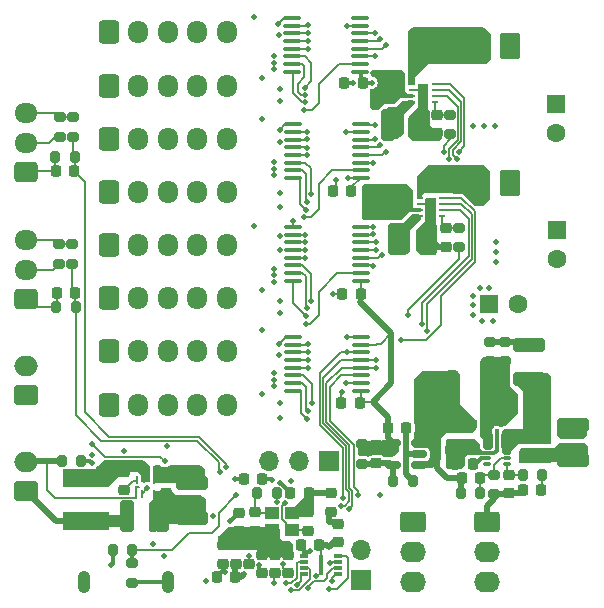
<source format=gbl>
G04 #@! TF.GenerationSoftware,KiCad,Pcbnew,(6.0.7)*
G04 #@! TF.CreationDate,2022-10-27T11:50:25+02:00*
G04 #@! TF.ProjectId,pumpCon,70756d70-436f-46e2-9e6b-696361645f70,rev?*
G04 #@! TF.SameCoordinates,Original*
G04 #@! TF.FileFunction,Copper,L4,Bot*
G04 #@! TF.FilePolarity,Positive*
%FSLAX46Y46*%
G04 Gerber Fmt 4.6, Leading zero omitted, Abs format (unit mm)*
G04 Created by KiCad (PCBNEW (6.0.7)) date 2022-10-27 11:50:25*
%MOMM*%
%LPD*%
G01*
G04 APERTURE LIST*
G04 Aperture macros list*
%AMRoundRect*
0 Rectangle with rounded corners*
0 $1 Rounding radius*
0 $2 $3 $4 $5 $6 $7 $8 $9 X,Y pos of 4 corners*
0 Add a 4 corners polygon primitive as box body*
4,1,4,$2,$3,$4,$5,$6,$7,$8,$9,$2,$3,0*
0 Add four circle primitives for the rounded corners*
1,1,$1+$1,$2,$3*
1,1,$1+$1,$4,$5*
1,1,$1+$1,$6,$7*
1,1,$1+$1,$8,$9*
0 Add four rect primitives between the rounded corners*
20,1,$1+$1,$2,$3,$4,$5,0*
20,1,$1+$1,$4,$5,$6,$7,0*
20,1,$1+$1,$6,$7,$8,$9,0*
20,1,$1+$1,$8,$9,$2,$3,0*%
%AMFreePoly0*
4,1,17,-0.314645,0.285355,-0.300000,0.250000,-0.300000,0.100000,0.450000,0.100000,0.485355,0.085355,0.500000,0.050000,0.500000,-0.050000,0.485355,-0.085355,0.450000,-0.100000,-0.450000,-0.100000,-0.485355,-0.085355,-0.500000,-0.050000,-0.500000,0.250000,-0.485355,0.285355,-0.450000,0.300000,-0.350000,0.300000,-0.314645,0.285355,-0.314645,0.285355,$1*%
G04 Aperture macros list end*
G04 #@! TA.AperFunction,ComponentPad*
%ADD10O,1.050000X1.900000*%
G04 #@! TD*
G04 #@! TA.AperFunction,ComponentPad*
%ADD11RoundRect,0.250000X0.620000X0.845000X-0.620000X0.845000X-0.620000X-0.845000X0.620000X-0.845000X0*%
G04 #@! TD*
G04 #@! TA.AperFunction,ComponentPad*
%ADD12O,1.740000X2.190000*%
G04 #@! TD*
G04 #@! TA.AperFunction,ComponentPad*
%ADD13RoundRect,0.250000X-0.600000X-0.725000X0.600000X-0.725000X0.600000X0.725000X-0.600000X0.725000X0*%
G04 #@! TD*
G04 #@! TA.AperFunction,ComponentPad*
%ADD14O,1.700000X1.950000*%
G04 #@! TD*
G04 #@! TA.AperFunction,ComponentPad*
%ADD15R,1.700000X1.700000*%
G04 #@! TD*
G04 #@! TA.AperFunction,ComponentPad*
%ADD16O,1.700000X1.700000*%
G04 #@! TD*
G04 #@! TA.AperFunction,ComponentPad*
%ADD17RoundRect,0.250000X0.725000X-0.600000X0.725000X0.600000X-0.725000X0.600000X-0.725000X-0.600000X0*%
G04 #@! TD*
G04 #@! TA.AperFunction,ComponentPad*
%ADD18O,1.950000X1.700000*%
G04 #@! TD*
G04 #@! TA.AperFunction,ComponentPad*
%ADD19RoundRect,0.250000X0.750000X-0.600000X0.750000X0.600000X-0.750000X0.600000X-0.750000X-0.600000X0*%
G04 #@! TD*
G04 #@! TA.AperFunction,ComponentPad*
%ADD20O,2.000000X1.700000*%
G04 #@! TD*
G04 #@! TA.AperFunction,ComponentPad*
%ADD21RoundRect,0.250000X-0.845000X0.620000X-0.845000X-0.620000X0.845000X-0.620000X0.845000X0.620000X0*%
G04 #@! TD*
G04 #@! TA.AperFunction,ComponentPad*
%ADD22O,2.190000X1.740000*%
G04 #@! TD*
G04 #@! TA.AperFunction,ComponentPad*
%ADD23R,1.600000X1.600000*%
G04 #@! TD*
G04 #@! TA.AperFunction,ComponentPad*
%ADD24C,1.600000*%
G04 #@! TD*
G04 #@! TA.AperFunction,SMDPad,CuDef*
%ADD25RoundRect,0.225000X-0.250000X0.225000X-0.250000X-0.225000X0.250000X-0.225000X0.250000X0.225000X0*%
G04 #@! TD*
G04 #@! TA.AperFunction,SMDPad,CuDef*
%ADD26RoundRect,0.200000X-0.200000X-0.275000X0.200000X-0.275000X0.200000X0.275000X-0.200000X0.275000X0*%
G04 #@! TD*
G04 #@! TA.AperFunction,SMDPad,CuDef*
%ADD27RoundRect,0.150000X0.512500X0.150000X-0.512500X0.150000X-0.512500X-0.150000X0.512500X-0.150000X0*%
G04 #@! TD*
G04 #@! TA.AperFunction,SMDPad,CuDef*
%ADD28RoundRect,0.250000X0.325000X0.650000X-0.325000X0.650000X-0.325000X-0.650000X0.325000X-0.650000X0*%
G04 #@! TD*
G04 #@! TA.AperFunction,SMDPad,CuDef*
%ADD29RoundRect,0.225000X0.225000X0.250000X-0.225000X0.250000X-0.225000X-0.250000X0.225000X-0.250000X0*%
G04 #@! TD*
G04 #@! TA.AperFunction,SMDPad,CuDef*
%ADD30RoundRect,0.225000X-0.225000X-0.250000X0.225000X-0.250000X0.225000X0.250000X-0.225000X0.250000X0*%
G04 #@! TD*
G04 #@! TA.AperFunction,SMDPad,CuDef*
%ADD31R,2.700000X0.800000*%
G04 #@! TD*
G04 #@! TA.AperFunction,SMDPad,CuDef*
%ADD32RoundRect,0.200000X0.200000X0.275000X-0.200000X0.275000X-0.200000X-0.275000X0.200000X-0.275000X0*%
G04 #@! TD*
G04 #@! TA.AperFunction,SMDPad,CuDef*
%ADD33RoundRect,0.225000X0.250000X-0.225000X0.250000X0.225000X-0.250000X0.225000X-0.250000X-0.225000X0*%
G04 #@! TD*
G04 #@! TA.AperFunction,SMDPad,CuDef*
%ADD34RoundRect,0.200000X-0.275000X0.200000X-0.275000X-0.200000X0.275000X-0.200000X0.275000X0.200000X0*%
G04 #@! TD*
G04 #@! TA.AperFunction,SMDPad,CuDef*
%ADD35RoundRect,0.200000X0.275000X-0.200000X0.275000X0.200000X-0.275000X0.200000X-0.275000X-0.200000X0*%
G04 #@! TD*
G04 #@! TA.AperFunction,SMDPad,CuDef*
%ADD36RoundRect,0.200000X0.200000X0.525000X-0.200000X0.525000X-0.200000X-0.525000X0.200000X-0.525000X0*%
G04 #@! TD*
G04 #@! TA.AperFunction,SMDPad,CuDef*
%ADD37RoundRect,0.075000X0.225000X0.075000X-0.225000X0.075000X-0.225000X-0.075000X0.225000X-0.075000X0*%
G04 #@! TD*
G04 #@! TA.AperFunction,SMDPad,CuDef*
%ADD38RoundRect,0.075000X0.075000X0.787500X-0.075000X0.787500X-0.075000X-0.787500X0.075000X-0.787500X0*%
G04 #@! TD*
G04 #@! TA.AperFunction,SMDPad,CuDef*
%ADD39RoundRect,0.250000X-1.100000X0.325000X-1.100000X-0.325000X1.100000X-0.325000X1.100000X0.325000X0*%
G04 #@! TD*
G04 #@! TA.AperFunction,SMDPad,CuDef*
%ADD40RoundRect,0.050000X-0.050000X0.300000X-0.050000X-0.300000X0.050000X-0.300000X0.050000X0.300000X0*%
G04 #@! TD*
G04 #@! TA.AperFunction,SMDPad,CuDef*
%ADD41RoundRect,0.050000X-0.050000X0.250000X-0.050000X-0.250000X0.050000X-0.250000X0.050000X0.250000X0*%
G04 #@! TD*
G04 #@! TA.AperFunction,SMDPad,CuDef*
%ADD42FreePoly0,270.000000*%
G04 #@! TD*
G04 #@! TA.AperFunction,SMDPad,CuDef*
%ADD43RoundRect,0.100000X-0.637500X-0.100000X0.637500X-0.100000X0.637500X0.100000X-0.637500X0.100000X0*%
G04 #@! TD*
G04 #@! TA.AperFunction,SMDPad,CuDef*
%ADD44R,0.500000X0.250000*%
G04 #@! TD*
G04 #@! TA.AperFunction,SMDPad,CuDef*
%ADD45R,0.900000X1.600000*%
G04 #@! TD*
G04 #@! TA.AperFunction,SMDPad,CuDef*
%ADD46RoundRect,0.250000X-0.325000X-1.100000X0.325000X-1.100000X0.325000X1.100000X-0.325000X1.100000X0*%
G04 #@! TD*
G04 #@! TA.AperFunction,SMDPad,CuDef*
%ADD47RoundRect,0.250000X0.325000X1.100000X-0.325000X1.100000X-0.325000X-1.100000X0.325000X-1.100000X0*%
G04 #@! TD*
G04 #@! TA.AperFunction,SMDPad,CuDef*
%ADD48RoundRect,0.218750X0.218750X0.256250X-0.218750X0.256250X-0.218750X-0.256250X0.218750X-0.256250X0*%
G04 #@! TD*
G04 #@! TA.AperFunction,SMDPad,CuDef*
%ADD49RoundRect,0.250000X1.100000X-0.325000X1.100000X0.325000X-1.100000X0.325000X-1.100000X-0.325000X0*%
G04 #@! TD*
G04 #@! TA.AperFunction,SMDPad,CuDef*
%ADD50R,1.150000X1.000000*%
G04 #@! TD*
G04 #@! TA.AperFunction,SMDPad,CuDef*
%ADD51R,0.750000X0.300000*%
G04 #@! TD*
G04 #@! TA.AperFunction,SMDPad,CuDef*
%ADD52R,0.300000X1.700000*%
G04 #@! TD*
G04 #@! TA.AperFunction,SMDPad,CuDef*
%ADD53R,4.000000X1.500000*%
G04 #@! TD*
G04 #@! TA.AperFunction,ViaPad*
%ADD54C,0.500000*%
G04 #@! TD*
G04 #@! TA.AperFunction,Conductor*
%ADD55C,0.127000*%
G04 #@! TD*
G04 #@! TA.AperFunction,Conductor*
%ADD56C,0.500000*%
G04 #@! TD*
G04 #@! TA.AperFunction,Conductor*
%ADD57C,0.200000*%
G04 #@! TD*
G04 #@! TA.AperFunction,Conductor*
%ADD58C,0.300000*%
G04 #@! TD*
G04 #@! TA.AperFunction,Conductor*
%ADD59C,1.000000*%
G04 #@! TD*
G04 APERTURE END LIST*
D10*
X72825000Y-110050000D03*
X65675000Y-110050000D03*
D11*
X101770000Y-64680000D03*
D12*
X99230000Y-64680000D03*
D13*
X67800000Y-77000000D03*
D14*
X70300000Y-77000000D03*
X72800000Y-77000000D03*
X75300000Y-77000000D03*
X77800000Y-77000000D03*
D13*
X67800000Y-81500000D03*
D14*
X70300000Y-81500000D03*
X72800000Y-81500000D03*
X75300000Y-81500000D03*
X77800000Y-81500000D03*
D15*
X86475000Y-99800000D03*
D16*
X83935000Y-99800000D03*
X81395000Y-99800000D03*
D17*
X60800000Y-86100000D03*
D18*
X60800000Y-83600000D03*
X60800000Y-81100000D03*
D15*
X89175000Y-109850000D03*
D16*
X89175000Y-107310000D03*
D13*
X67800000Y-90500000D03*
D14*
X70300000Y-90500000D03*
X72800000Y-90500000D03*
X75300000Y-90500000D03*
X77800000Y-90500000D03*
D19*
X60800000Y-94200000D03*
D20*
X60800000Y-91700000D03*
D11*
X101720000Y-76230000D03*
D12*
X99180000Y-76230000D03*
D13*
X67800000Y-86000000D03*
D14*
X70300000Y-86000000D03*
X72800000Y-86000000D03*
X75300000Y-86000000D03*
X77800000Y-86000000D03*
D21*
X93580000Y-104960000D03*
D22*
X93580000Y-107500000D03*
X93580000Y-110040000D03*
D13*
X67800000Y-63500000D03*
D14*
X70300000Y-63500000D03*
X72800000Y-63500000D03*
X75300000Y-63500000D03*
X77800000Y-63500000D03*
D13*
X67800000Y-68000000D03*
D14*
X70300000Y-68000000D03*
X72800000Y-68000000D03*
X75300000Y-68000000D03*
X77800000Y-68000000D03*
D23*
X99950000Y-86500000D03*
D24*
X102450000Y-86500000D03*
D23*
X105700000Y-80217621D03*
D24*
X105700000Y-82717621D03*
D19*
X60800000Y-102350000D03*
D20*
X60800000Y-99850000D03*
D13*
X67800000Y-95000000D03*
D14*
X70300000Y-95000000D03*
X72800000Y-95000000D03*
X75300000Y-95000000D03*
X77800000Y-95000000D03*
D23*
X105650000Y-69517621D03*
D24*
X105650000Y-72017621D03*
D17*
X60800000Y-75350000D03*
D18*
X60800000Y-72850000D03*
X60800000Y-70350000D03*
D13*
X67800000Y-72500000D03*
D14*
X70300000Y-72500000D03*
X72800000Y-72500000D03*
X75300000Y-72500000D03*
X77800000Y-72500000D03*
D21*
X99780000Y-104960000D03*
D22*
X99780000Y-107500000D03*
X99780000Y-110040000D03*
D25*
X80200000Y-104125000D03*
X80200000Y-105675000D03*
D26*
X97575000Y-102500000D03*
X99225000Y-102500000D03*
D27*
X94087500Y-98250000D03*
X94087500Y-99200000D03*
X94087500Y-100150000D03*
X91812500Y-100150000D03*
X91812500Y-98250000D03*
D26*
X63800000Y-99750000D03*
X65450000Y-99750000D03*
D28*
X99825000Y-95000000D03*
X96875000Y-95000000D03*
D25*
X95600000Y-70475000D03*
X95600000Y-72025000D03*
D29*
X64925000Y-85550000D03*
X63375000Y-85550000D03*
D26*
X102825000Y-101000000D03*
X104475000Y-101000000D03*
D30*
X84075000Y-106900000D03*
X85625000Y-106900000D03*
X97075000Y-100000000D03*
X98625000Y-100000000D03*
D31*
X97600000Y-98850000D03*
X97600000Y-96650000D03*
D25*
X96355000Y-80075000D03*
X96355000Y-81625000D03*
D32*
X64925000Y-74050000D03*
X63275000Y-74050000D03*
D30*
X83175000Y-102450000D03*
X84725000Y-102450000D03*
D33*
X78600000Y-108475000D03*
X78600000Y-106925000D03*
D31*
X103900000Y-99600000D03*
X103900000Y-97400000D03*
D33*
X101650000Y-102525000D03*
X101650000Y-100975000D03*
D34*
X64700000Y-81425000D03*
X64700000Y-83075000D03*
X96700000Y-70475000D03*
X96700000Y-72125000D03*
D35*
X89200000Y-100025000D03*
X89200000Y-98375000D03*
D25*
X78800000Y-104175000D03*
X78800000Y-105725000D03*
D36*
X101400000Y-98062500D03*
D37*
X101500000Y-99112500D03*
X101500000Y-99562500D03*
X101500000Y-100012500D03*
X99800000Y-100012500D03*
X99800000Y-99562500D03*
X99800000Y-99112500D03*
D36*
X99900000Y-98062500D03*
D38*
X100650000Y-97925000D03*
D29*
X80775000Y-101300000D03*
X79225000Y-101300000D03*
D39*
X107100000Y-96775000D03*
X107100000Y-99725000D03*
D33*
X80800000Y-109275000D03*
X80800000Y-107725000D03*
D40*
X70150000Y-101350000D03*
D41*
X70800000Y-101300000D03*
D40*
X71600000Y-101350000D03*
D41*
X71600000Y-102600000D03*
X70575000Y-102600000D03*
D42*
X70075000Y-102400000D03*
D26*
X68125000Y-107350000D03*
X69775000Y-107350000D03*
D43*
X83337500Y-66825000D03*
X83337500Y-66175000D03*
X83337500Y-65525000D03*
X83337500Y-64875000D03*
X83337500Y-64225000D03*
X83337500Y-63575000D03*
X83337500Y-62925000D03*
X83337500Y-62275000D03*
X89062500Y-62275000D03*
X89062500Y-62925000D03*
X89062500Y-63575000D03*
X89062500Y-64225000D03*
X89062500Y-64875000D03*
X89062500Y-65525000D03*
X89062500Y-66175000D03*
X89062500Y-66825000D03*
X83387500Y-93825000D03*
X83387500Y-93175000D03*
X83387500Y-92525000D03*
X83387500Y-91875000D03*
X83387500Y-91225000D03*
X83387500Y-90575000D03*
X83387500Y-89925000D03*
X83387500Y-89275000D03*
X89112500Y-89275000D03*
X89112500Y-89925000D03*
X89112500Y-90575000D03*
X89112500Y-91225000D03*
X89112500Y-91875000D03*
X89112500Y-92525000D03*
X89112500Y-93175000D03*
X89112500Y-93825000D03*
D29*
X99225000Y-101250000D03*
X97675000Y-101250000D03*
X89125000Y-85600000D03*
X87575000Y-85600000D03*
D32*
X64975000Y-86750000D03*
X63325000Y-86750000D03*
X82025000Y-102500000D03*
X80375000Y-102500000D03*
D28*
X99825000Y-93000000D03*
X96875000Y-93000000D03*
D33*
X69100000Y-102225000D03*
X69100000Y-100675000D03*
D44*
X96000000Y-77500000D03*
X96000000Y-78000000D03*
X96000000Y-78500000D03*
X96000000Y-79000000D03*
X94100000Y-79000000D03*
X94100000Y-78500000D03*
X94100000Y-78000000D03*
X94100000Y-77500000D03*
D45*
X95050000Y-78250000D03*
D30*
X102875000Y-102250000D03*
X104425000Y-102250000D03*
D33*
X77500000Y-108475000D03*
X77500000Y-106925000D03*
X84700000Y-105675000D03*
X84700000Y-104125000D03*
D34*
X100400000Y-100925000D03*
X100400000Y-102575000D03*
D25*
X90450000Y-98425000D03*
X90450000Y-99975000D03*
D33*
X81900000Y-109275000D03*
X81900000Y-107725000D03*
D34*
X101350000Y-89675000D03*
X101350000Y-91325000D03*
D25*
X87200000Y-105100000D03*
X87200000Y-106650000D03*
D34*
X69750000Y-108425000D03*
X69750000Y-110075000D03*
D46*
X101175000Y-95250000D03*
X104125000Y-95250000D03*
D47*
X94375000Y-71350000D03*
X91425000Y-71350000D03*
D32*
X93525000Y-101450000D03*
X91875000Y-101450000D03*
D29*
X89025000Y-94850000D03*
X87475000Y-94850000D03*
D47*
X72325000Y-104450000D03*
X69375000Y-104450000D03*
D35*
X63650000Y-72325000D03*
X63650000Y-70675000D03*
D39*
X103400000Y-89920000D03*
X103400000Y-92870000D03*
D48*
X78487500Y-109600000D03*
X76912500Y-109600000D03*
D49*
X74850000Y-104625000D03*
X74850000Y-101675000D03*
D30*
X91425000Y-96950000D03*
X92975000Y-96950000D03*
D29*
X64875000Y-75250000D03*
X63325000Y-75250000D03*
D33*
X72600000Y-102475000D03*
X72600000Y-100925000D03*
D50*
X83325000Y-105600000D03*
X81575000Y-105600000D03*
X81575000Y-104200000D03*
X83325000Y-104200000D03*
D43*
X83387500Y-75825000D03*
X83387500Y-75175000D03*
X83387500Y-74525000D03*
X83387500Y-73875000D03*
X83387500Y-73225000D03*
X83387500Y-72575000D03*
X83387500Y-71925000D03*
X83387500Y-71275000D03*
X89112500Y-71275000D03*
X89112500Y-71925000D03*
X89112500Y-72575000D03*
X89112500Y-73225000D03*
X89112500Y-73875000D03*
X89112500Y-74525000D03*
X89112500Y-75175000D03*
X89112500Y-75825000D03*
D33*
X86600000Y-104075000D03*
X86600000Y-102525000D03*
X79700000Y-108475000D03*
X79700000Y-106925000D03*
D44*
X95370000Y-67850000D03*
X95370000Y-68350000D03*
X95370000Y-68850000D03*
X95370000Y-69350000D03*
X93470000Y-69350000D03*
X93470000Y-68850000D03*
X93470000Y-68350000D03*
X93470000Y-67850000D03*
D45*
X94420000Y-68600000D03*
D43*
X83387500Y-84525000D03*
X83387500Y-83875000D03*
X83387500Y-83225000D03*
X83387500Y-82575000D03*
X83387500Y-81925000D03*
X83387500Y-81275000D03*
X83387500Y-80625000D03*
X83387500Y-79975000D03*
X89112500Y-79975000D03*
X89112500Y-80625000D03*
X89112500Y-81275000D03*
X89112500Y-81925000D03*
X89112500Y-82575000D03*
X89112500Y-83225000D03*
X89112500Y-83875000D03*
X89112500Y-84525000D03*
D34*
X97450000Y-80025000D03*
X97450000Y-81675000D03*
D47*
X95005000Y-81000000D03*
X92055000Y-81000000D03*
D33*
X83000000Y-109275000D03*
X83000000Y-107725000D03*
D34*
X100100000Y-89675000D03*
X100100000Y-91325000D03*
D51*
X87200000Y-107850000D03*
X87200000Y-108350000D03*
X87200000Y-108850000D03*
X87200000Y-109350000D03*
X84300000Y-109350000D03*
X84300000Y-108850000D03*
X84300000Y-108350000D03*
X84300000Y-107850000D03*
D52*
X85750000Y-108600000D03*
D34*
X64750000Y-70675000D03*
X64750000Y-72325000D03*
D35*
X63600000Y-83075000D03*
X63600000Y-81425000D03*
D53*
X65850000Y-101250000D03*
X65850000Y-104850000D03*
D29*
X89275000Y-67800000D03*
X87725000Y-67800000D03*
X88325000Y-76900000D03*
X86775000Y-76900000D03*
D54*
X82700000Y-103300000D03*
X101450000Y-93576502D03*
X82250000Y-87250000D03*
X82250000Y-81900000D03*
X71550000Y-106800000D03*
X79573207Y-106202901D03*
X82200000Y-63700000D03*
X92950000Y-99450000D03*
X100600000Y-82950000D03*
X90750000Y-102700000D03*
X73250000Y-103050000D03*
X81550000Y-106850000D03*
X106200000Y-97700000D03*
X82250000Y-106850000D03*
X77450000Y-106150000D03*
X95050000Y-77900000D03*
X98650000Y-71450000D03*
X85650000Y-102450000D03*
X82250000Y-96100000D03*
X82250000Y-68300000D03*
X73950000Y-103050000D03*
X83400000Y-79450000D03*
X82250000Y-77100000D03*
X72750000Y-98550000D03*
X86701681Y-109932592D03*
X87000000Y-75950000D03*
X84600000Y-103300000D03*
X107600000Y-97700000D03*
X100600000Y-82050000D03*
X80900000Y-106850000D03*
X100250000Y-96500000D03*
X94100000Y-81000000D03*
X92950000Y-100875000D03*
X106900000Y-97700000D03*
X83200000Y-101450000D03*
X82250000Y-94900000D03*
X72450000Y-107800000D03*
X75800000Y-103049152D03*
X83000000Y-106850000D03*
X93450000Y-72000000D03*
X82200000Y-90800000D03*
X75090000Y-103050000D03*
X102100000Y-95000000D03*
X82250000Y-78250000D03*
X92975000Y-98475000D03*
X88448500Y-67800000D03*
X102100000Y-95650000D03*
X82212500Y-89837500D03*
X100600000Y-81200000D03*
X78450000Y-101300000D03*
X82150000Y-62750000D03*
X87550000Y-93950000D03*
X85306716Y-109510000D03*
X100500000Y-71450000D03*
X100800000Y-93576502D03*
X82250000Y-80700000D03*
X99550000Y-71450000D03*
X95050000Y-78650000D03*
X99600000Y-96500000D03*
X66400000Y-99950000D03*
X93450000Y-70750000D03*
X82250000Y-72800000D03*
X82250000Y-86250000D03*
X86800000Y-85650000D03*
X94100000Y-80350000D03*
X82250000Y-69300000D03*
X94300000Y-68200000D03*
X93450000Y-71350000D03*
X82250000Y-71750000D03*
X86437100Y-107100000D03*
X102100000Y-94350000D03*
X94300000Y-69000000D03*
X94100000Y-81800000D03*
X76600000Y-104400000D03*
X76000000Y-109950000D03*
X88050000Y-75850000D03*
X87900000Y-71950000D03*
X77600000Y-109200000D03*
X84800000Y-107400000D03*
X86398500Y-104939746D03*
X90050000Y-67750000D03*
X89100000Y-86350000D03*
X90160000Y-80600000D03*
X78050000Y-104900000D03*
X81800000Y-110150000D03*
X79700000Y-107800000D03*
X87950000Y-62950000D03*
X66400000Y-99250000D03*
X82300000Y-101650000D03*
X69100000Y-98964000D03*
X91350000Y-99000000D03*
X89200000Y-99100000D03*
X91950000Y-99000000D03*
X77186127Y-100736127D03*
X79200000Y-109350000D03*
X77700000Y-100300000D03*
X74000000Y-100750000D03*
X102950000Y-98900000D03*
X73400000Y-100750000D03*
X75150000Y-100750000D03*
X104900000Y-98900000D03*
X106900000Y-98550000D03*
X74600000Y-100750000D03*
X104250000Y-98900000D03*
X103600000Y-98900000D03*
X106300000Y-98550000D03*
X107500000Y-98550000D03*
X82582692Y-108527764D03*
X80551500Y-108572508D03*
X81640000Y-101350000D03*
X81750000Y-75050000D03*
X80800000Y-70800000D03*
X95800000Y-93100000D03*
X95800000Y-94300000D03*
X95800000Y-95500000D03*
X81750000Y-66050000D03*
X81750000Y-65500000D03*
X95800000Y-94900000D03*
X81750000Y-83500000D03*
X81750000Y-84050000D03*
X81750000Y-84600000D03*
X81750000Y-92350000D03*
X80050000Y-79900000D03*
X80787500Y-85262500D03*
X81750000Y-75600000D03*
X80787500Y-94087500D03*
X81750000Y-74500000D03*
X80050000Y-62200000D03*
X80787500Y-67337500D03*
X80750000Y-88700000D03*
X81750000Y-66600000D03*
X95800000Y-92500000D03*
X95800000Y-93700000D03*
X81750000Y-92900000D03*
X81750000Y-93450000D03*
X98600000Y-85850000D03*
X99200000Y-85150000D03*
X98600000Y-87450000D03*
X93000000Y-81850000D03*
X93000000Y-81000000D03*
X92450000Y-71350000D03*
X100300000Y-87950000D03*
X92450000Y-70750000D03*
X92450000Y-71950000D03*
X100000000Y-85150000D03*
X99350000Y-87950000D03*
X93000000Y-80100000D03*
X98600000Y-86600000D03*
X92550000Y-89500000D03*
X97406246Y-73593293D03*
X68000000Y-108600000D03*
X89550000Y-76600000D03*
X89550000Y-77800000D03*
X89550000Y-78400000D03*
X89550000Y-79000000D03*
X89550000Y-77200000D03*
X90200000Y-68550000D03*
X90200000Y-66900000D03*
X90200000Y-69150000D03*
X90200000Y-69750000D03*
X82000000Y-103276500D03*
X86400000Y-110600000D03*
X71050000Y-102100000D03*
X72550000Y-99800000D03*
X66400000Y-98300000D03*
X93150000Y-87400000D03*
X96150000Y-73650000D03*
X86500000Y-108400000D03*
X84700000Y-110550000D03*
X83750000Y-110250000D03*
X83200000Y-110700000D03*
X82760000Y-110150000D03*
X90790000Y-73050000D03*
X90790000Y-64050000D03*
X90400000Y-81900000D03*
X87450000Y-103600000D03*
X90450000Y-91200000D03*
X90350000Y-72550000D03*
X90400000Y-81250000D03*
X87600000Y-102900000D03*
X90350000Y-63550000D03*
X88000000Y-90550000D03*
X88850000Y-102700000D03*
X91230000Y-64550000D03*
X90900000Y-82300000D03*
X90450000Y-91900000D03*
X88089296Y-103882959D03*
X91230000Y-73600000D03*
X94284500Y-88200000D03*
X96600000Y-74200000D03*
X97250000Y-74200000D03*
X94740000Y-88750000D03*
X84372920Y-69427080D03*
X84650000Y-64250000D03*
X84650000Y-63550000D03*
X84650000Y-62900000D03*
X84400000Y-68801071D03*
X84414093Y-68164799D03*
X84650000Y-64900000D03*
X84349884Y-70053159D03*
X84300000Y-79100000D03*
X84500000Y-78500000D03*
X84600000Y-77850000D03*
X84926500Y-77200000D03*
X84600000Y-73900000D03*
X84600000Y-73250000D03*
X84600000Y-71900000D03*
X84500000Y-87500000D03*
X84600000Y-86850000D03*
X84700000Y-91900000D03*
X84650000Y-91250000D03*
X84650000Y-90550000D03*
X84650000Y-89900000D03*
X90300000Y-71300000D03*
X90300000Y-65500000D03*
X90150000Y-79950000D03*
X90150000Y-74550000D03*
X90188873Y-83311127D03*
X88000000Y-89250000D03*
X84926500Y-86200000D03*
X84423498Y-82600000D03*
X84423498Y-81903006D03*
X84423498Y-81276503D03*
X84423498Y-80650000D03*
X84600000Y-72550000D03*
X84500000Y-88150000D03*
X84550000Y-96200000D03*
X84650000Y-95550000D03*
X84976500Y-94900000D03*
X87900000Y-93150000D03*
X78600000Y-102700000D03*
D55*
X82700000Y-103300000D02*
X82450000Y-103550000D01*
X84625000Y-105600000D02*
X84700000Y-105675000D01*
X82450000Y-103550000D02*
X82450000Y-104725000D01*
X82450000Y-104725000D02*
X83325000Y-105600000D01*
X83325000Y-105600000D02*
X84625000Y-105600000D01*
X61450000Y-86750000D02*
X60800000Y-86100000D01*
D56*
X99780000Y-104960000D02*
X99780000Y-103620000D01*
D55*
X63325000Y-86750000D02*
X61450000Y-86750000D01*
D57*
X75090000Y-103050000D02*
X73950000Y-103050000D01*
D56*
X93150000Y-99200000D02*
X92975000Y-99375000D01*
D57*
X72600000Y-104175000D02*
X72325000Y-104450000D01*
X75600848Y-103049152D02*
X75800000Y-103049152D01*
D55*
X85450000Y-109550000D02*
X85346716Y-109550000D01*
X85750000Y-109250000D02*
X85450000Y-109550000D01*
D56*
X84725000Y-102450000D02*
X85650000Y-102450000D01*
D55*
X87200000Y-109350000D02*
X87000000Y-109350000D01*
D58*
X66400000Y-99950000D02*
X66200000Y-99750000D01*
D57*
X72600000Y-102475000D02*
X72600000Y-104175000D01*
X73250000Y-103050000D02*
X73950000Y-103050000D01*
D58*
X69775000Y-110050000D02*
X72825000Y-110050000D01*
D57*
X94100000Y-78000000D02*
X94950000Y-78000000D01*
X83387500Y-79975000D02*
X83387500Y-79462500D01*
D56*
X92950000Y-99450000D02*
X92950000Y-100875000D01*
D57*
X71600000Y-102600000D02*
X72475000Y-102600000D01*
X83387500Y-71275000D02*
X82725000Y-71275000D01*
D55*
X63375000Y-85550000D02*
X63375000Y-86700000D01*
D58*
X66200000Y-99750000D02*
X65450000Y-99750000D01*
D56*
X92975000Y-96950000D02*
X92975000Y-98475000D01*
D58*
X69750000Y-110075000D02*
X69775000Y-110050000D01*
D55*
X63275000Y-75200000D02*
X63325000Y-75250000D01*
X85346716Y-109550000D02*
X85306716Y-109510000D01*
D57*
X93470000Y-68350000D02*
X94150000Y-68350000D01*
X83387500Y-89275000D02*
X82775000Y-89275000D01*
X87525000Y-85650000D02*
X87575000Y-85600000D01*
D56*
X86237100Y-106900000D02*
X85625000Y-106900000D01*
D57*
X72600000Y-102475000D02*
X73175000Y-103050000D01*
D56*
X101650000Y-102525000D02*
X102600000Y-102525000D01*
D55*
X60900000Y-75250000D02*
X60800000Y-75350000D01*
D57*
X73175000Y-103050000D02*
X73250000Y-103050000D01*
D55*
X86701681Y-109648319D02*
X86701681Y-109932592D01*
D56*
X92975000Y-99375000D02*
X92950000Y-99400000D01*
D55*
X85750000Y-108600000D02*
X85750000Y-107025000D01*
D57*
X87475000Y-94025000D02*
X87550000Y-93950000D01*
X83387500Y-79462500D02*
X83400000Y-79450000D01*
X86800000Y-85650000D02*
X87525000Y-85650000D01*
D58*
X88448500Y-67800000D02*
X87725000Y-67800000D01*
D55*
X85750000Y-107025000D02*
X85625000Y-106900000D01*
X86887100Y-106650000D02*
X87200000Y-106650000D01*
D56*
X86437100Y-107100000D02*
X86237100Y-106900000D01*
D57*
X94950000Y-78000000D02*
X95050000Y-77900000D01*
D56*
X86525000Y-102450000D02*
X86600000Y-102525000D01*
X94087500Y-99200000D02*
X93150000Y-99200000D01*
D57*
X94150000Y-68350000D02*
X94300000Y-68200000D01*
D56*
X101600000Y-102575000D02*
X101650000Y-102525000D01*
D58*
X79225000Y-101300000D02*
X78450000Y-101300000D01*
D55*
X63275000Y-74050000D02*
X63275000Y-75200000D01*
D56*
X95630000Y-81625000D02*
X95005000Y-81000000D01*
D59*
X74850000Y-104625000D02*
X72500000Y-104625000D01*
D57*
X82150000Y-62750000D02*
X82625000Y-62275000D01*
D56*
X92950000Y-100875000D02*
X93525000Y-101450000D01*
X92975000Y-98475000D02*
X92975000Y-99375000D01*
D55*
X87000000Y-109350000D02*
X86701681Y-109648319D01*
D57*
X75600000Y-103050000D02*
X75600848Y-103049152D01*
X82625000Y-62275000D02*
X83387500Y-62275000D01*
D56*
X86437100Y-107100000D02*
X86887100Y-106650000D01*
X102600000Y-102525000D02*
X102875000Y-102250000D01*
X99780000Y-103620000D02*
X100400000Y-103000000D01*
D57*
X72475000Y-102600000D02*
X72600000Y-102475000D01*
D56*
X100400000Y-102575000D02*
X101600000Y-102575000D01*
X96355000Y-81625000D02*
X95630000Y-81625000D01*
D57*
X87000000Y-76675000D02*
X86775000Y-76900000D01*
X75090000Y-103050000D02*
X75600000Y-103050000D01*
D56*
X100400000Y-103000000D02*
X100400000Y-102575000D01*
D57*
X82775000Y-89275000D02*
X82212500Y-89837500D01*
D59*
X72500000Y-104625000D02*
X72325000Y-104450000D01*
D56*
X92950000Y-99400000D02*
X92950000Y-99450000D01*
D57*
X87475000Y-94850000D02*
X87475000Y-94025000D01*
X87000000Y-75950000D02*
X87000000Y-76675000D01*
D55*
X63375000Y-86700000D02*
X63325000Y-86750000D01*
X63325000Y-75250000D02*
X60900000Y-75250000D01*
D57*
X82725000Y-71275000D02*
X82250000Y-71750000D01*
D55*
X85750000Y-108600000D02*
X85750000Y-109250000D01*
D56*
X85650000Y-102450000D02*
X86525000Y-102450000D01*
D55*
X80275000Y-104200000D02*
X80200000Y-104125000D01*
X80200000Y-104125000D02*
X80200000Y-102675000D01*
X81575000Y-104200000D02*
X80275000Y-104200000D01*
X80200000Y-102675000D02*
X80375000Y-102500000D01*
D58*
X77406250Y-109106250D02*
X76912500Y-109600000D01*
D55*
X84300000Y-107125000D02*
X84075000Y-106900000D01*
D58*
X84300000Y-107850000D02*
X84300000Y-107500000D01*
D55*
X86398500Y-104276500D02*
X86600000Y-104075000D01*
D56*
X90875000Y-98425000D02*
X91050000Y-98250000D01*
D58*
X82375000Y-101650000D02*
X82300000Y-101650000D01*
D57*
X89112500Y-80625000D02*
X90135000Y-80625000D01*
D56*
X91725000Y-88975000D02*
X89100000Y-86350000D01*
D55*
X81800000Y-110150000D02*
X81800000Y-109375000D01*
D58*
X83175000Y-102450000D02*
X82375000Y-101650000D01*
D56*
X91700000Y-93200000D02*
X91700000Y-89000000D01*
D58*
X90050000Y-67750000D02*
X89325000Y-67750000D01*
D57*
X90425000Y-89925000D02*
X90450000Y-89900000D01*
D56*
X91700000Y-89000000D02*
X91725000Y-88975000D01*
D58*
X84300000Y-107500000D02*
X84300000Y-107125000D01*
X78800000Y-104175000D02*
X78775000Y-104175000D01*
D56*
X90125000Y-94775000D02*
X91700000Y-93200000D01*
D58*
X77500000Y-109012500D02*
X77406250Y-109106250D01*
D56*
X91425000Y-96075000D02*
X90125000Y-94775000D01*
D55*
X77406250Y-109106250D02*
X77500000Y-109200000D01*
D58*
X78775000Y-104175000D02*
X78050000Y-104900000D01*
D56*
X91425000Y-96950000D02*
X91425000Y-96075000D01*
D57*
X89125000Y-85950000D02*
X89125000Y-84537500D01*
D56*
X91050000Y-98250000D02*
X91812500Y-98250000D01*
D57*
X89112500Y-71925000D02*
X87925000Y-71925000D01*
D56*
X86398500Y-104939746D02*
X87039746Y-104939746D01*
D58*
X84300000Y-107500000D02*
X84700000Y-107500000D01*
D57*
X89100000Y-94775000D02*
X90125000Y-94775000D01*
D58*
X89112500Y-67637500D02*
X89275000Y-67800000D01*
D57*
X89125000Y-84537500D02*
X89112500Y-84525000D01*
X89112500Y-94762500D02*
X89025000Y-94850000D01*
D58*
X84700000Y-107500000D02*
X84800000Y-107400000D01*
D55*
X79700000Y-107800000D02*
X79700000Y-108475000D01*
D57*
X89112500Y-93825000D02*
X89112500Y-94762500D01*
D56*
X91425000Y-96950000D02*
X91425000Y-97862500D01*
D58*
X89112500Y-66825000D02*
X89112500Y-67637500D01*
D57*
X88325000Y-76612500D02*
X89112500Y-75825000D01*
D56*
X91425000Y-97862500D02*
X91812500Y-98250000D01*
D57*
X90450000Y-89900000D02*
X90800000Y-89900000D01*
X89062500Y-62925000D02*
X87975000Y-62925000D01*
X87925000Y-71925000D02*
X87900000Y-71950000D01*
D56*
X90450000Y-98425000D02*
X90875000Y-98425000D01*
X86398500Y-104939746D02*
X86398500Y-104276500D01*
D55*
X87039746Y-104939746D02*
X87200000Y-105100000D01*
D57*
X88050000Y-75850000D02*
X88075000Y-75825000D01*
X90800000Y-89900000D02*
X91725000Y-88975000D01*
D56*
X89200000Y-98375000D02*
X90400000Y-98375000D01*
D57*
X88075000Y-75825000D02*
X89112500Y-75825000D01*
X87975000Y-62925000D02*
X87950000Y-62950000D01*
D58*
X89325000Y-67750000D02*
X89275000Y-67800000D01*
D57*
X89025000Y-94850000D02*
X89100000Y-94775000D01*
X89112500Y-89925000D02*
X90425000Y-89925000D01*
D58*
X77500000Y-108475000D02*
X77500000Y-109012500D01*
D57*
X90135000Y-80625000D02*
X90160000Y-80600000D01*
D56*
X90400000Y-98375000D02*
X90450000Y-98425000D01*
D55*
X81800000Y-109375000D02*
X81900000Y-109275000D01*
D57*
X89100000Y-85625000D02*
X89125000Y-85600000D01*
D55*
X77500000Y-109200000D02*
X77600000Y-109200000D01*
D57*
X89100000Y-86350000D02*
X89100000Y-85625000D01*
X88325000Y-76900000D02*
X88325000Y-76612500D01*
D55*
X64700000Y-83075000D02*
X64700000Y-85325000D01*
X64975000Y-86750000D02*
X64975000Y-95875000D01*
X75300000Y-98050000D02*
X77150000Y-99900000D01*
X64925000Y-86700000D02*
X64975000Y-86750000D01*
X64925000Y-85550000D02*
X64925000Y-86700000D01*
X77150000Y-99900000D02*
X77150000Y-100700000D01*
X64975000Y-95875000D02*
X67150000Y-98050000D01*
X64700000Y-85325000D02*
X64925000Y-85550000D01*
X77150000Y-100700000D02*
X77186127Y-100736127D01*
X67150000Y-98050000D02*
X75300000Y-98050000D01*
D56*
X78487500Y-109600000D02*
X78487500Y-108587500D01*
D55*
X78487500Y-108587500D02*
X78600000Y-108475000D01*
D56*
X78487500Y-109600000D02*
X78950000Y-109600000D01*
X78950000Y-109600000D02*
X79200000Y-109350000D01*
D55*
X67850000Y-97750000D02*
X65750000Y-95650000D01*
X64750000Y-73875000D02*
X64925000Y-74050000D01*
X65750000Y-95650000D02*
X65750000Y-76125000D01*
X64925000Y-75200000D02*
X64875000Y-75250000D01*
X64750000Y-72325000D02*
X64750000Y-73875000D01*
X77700000Y-100300000D02*
X77700000Y-100000000D01*
X64925000Y-74050000D02*
X64925000Y-75200000D01*
X75450000Y-97750000D02*
X67850000Y-97750000D01*
X65750000Y-76125000D02*
X64875000Y-75250000D01*
X77700000Y-100000000D02*
X75450000Y-97750000D01*
D56*
X89200000Y-100025000D02*
X90400000Y-100025000D01*
X91875000Y-101450000D02*
X91875000Y-100212500D01*
X91875000Y-100212500D02*
X91812500Y-100150000D01*
X90450000Y-99975000D02*
X91637500Y-99975000D01*
X91637500Y-99975000D02*
X91812500Y-100150000D01*
X90400000Y-100025000D02*
X90450000Y-99975000D01*
D57*
X69825000Y-101500000D02*
X69100000Y-102225000D01*
X70150000Y-101350000D02*
X70000000Y-101500000D01*
X70000000Y-101500000D02*
X69825000Y-101500000D01*
X70800000Y-100800000D02*
X70600000Y-100600000D01*
X70600000Y-100600000D02*
X69175000Y-100600000D01*
D58*
X65850000Y-101250000D02*
X67050000Y-101250000D01*
D57*
X70800000Y-101300000D02*
X70800000Y-100800000D01*
D58*
X67625000Y-100675000D02*
X69100000Y-100675000D01*
D57*
X69175000Y-100600000D02*
X69100000Y-100675000D01*
D58*
X67050000Y-101250000D02*
X67625000Y-100675000D01*
D56*
X106975000Y-99600000D02*
X107100000Y-99725000D01*
D57*
X72175000Y-101350000D02*
X72600000Y-100925000D01*
D56*
X103900000Y-99600000D02*
X106975000Y-99600000D01*
X74100000Y-100925000D02*
X74850000Y-101675000D01*
D57*
X71600000Y-101350000D02*
X72175000Y-101350000D01*
D56*
X72600000Y-100925000D02*
X74100000Y-100925000D01*
D59*
X65850000Y-104850000D02*
X68975000Y-104850000D01*
D56*
X60800000Y-102350000D02*
X63300000Y-104850000D01*
X63300000Y-104850000D02*
X65850000Y-104850000D01*
D59*
X68975000Y-104850000D02*
X69375000Y-104450000D01*
D55*
X82582692Y-108857692D02*
X82582692Y-108527764D01*
X83000000Y-109275000D02*
X82582692Y-108857692D01*
D58*
X80775000Y-101300000D02*
X81590000Y-101300000D01*
X80551500Y-109026500D02*
X80800000Y-109275000D01*
X80551500Y-108572508D02*
X80551500Y-109026500D01*
X81590000Y-101300000D02*
X81640000Y-101350000D01*
D57*
X104475000Y-101000000D02*
X104475000Y-102200000D01*
X104475000Y-102200000D02*
X104425000Y-102250000D01*
D58*
X100650000Y-98900000D02*
X100437500Y-99112500D01*
X100437500Y-99112500D02*
X99800000Y-99112500D01*
X97862500Y-99112500D02*
X97600000Y-98850000D01*
X100650000Y-97925000D02*
X100650000Y-98900000D01*
X99800000Y-99112500D02*
X97862500Y-99112500D01*
X98900000Y-100000000D02*
X98625000Y-100000000D01*
X99337500Y-99562500D02*
X98900000Y-100000000D01*
X99800000Y-99562500D02*
X99337500Y-99562500D01*
D57*
X101500000Y-100825000D02*
X101650000Y-100975000D01*
X101500000Y-100012500D02*
X101500000Y-100825000D01*
X102800000Y-100975000D02*
X102825000Y-101000000D01*
X101650000Y-100975000D02*
X102800000Y-100975000D01*
X100400000Y-100925000D02*
X99550000Y-100925000D01*
X99550000Y-100925000D02*
X99225000Y-101250000D01*
X100400000Y-100150000D02*
X100400000Y-100925000D01*
X99225000Y-101250000D02*
X99225000Y-102500000D01*
X101500000Y-99562500D02*
X100987500Y-99562500D01*
X100987500Y-99562500D02*
X100400000Y-100150000D01*
D55*
X62700000Y-72850000D02*
X60800000Y-72850000D01*
D56*
X97575000Y-102500000D02*
X97575000Y-101350000D01*
X97575000Y-101350000D02*
X97675000Y-101250000D01*
X96400000Y-101250000D02*
X95550000Y-100400000D01*
X95550000Y-97450000D02*
X96350000Y-96650000D01*
X96350000Y-96650000D02*
X97600000Y-96650000D01*
D55*
X63225000Y-72325000D02*
X62700000Y-72850000D01*
X63075000Y-83600000D02*
X60800000Y-83600000D01*
D56*
X95550000Y-100400000D02*
X95550000Y-97450000D01*
D55*
X63650000Y-72325000D02*
X63225000Y-72325000D01*
X63600000Y-83075000D02*
X63075000Y-83600000D01*
D56*
X97675000Y-101250000D02*
X96400000Y-101250000D01*
D57*
X97400000Y-80075000D02*
X97450000Y-80025000D01*
X96000000Y-79720000D02*
X96355000Y-80075000D01*
X96000000Y-79000000D02*
X96000000Y-79720000D01*
X96355000Y-80075000D02*
X97400000Y-80075000D01*
X95370000Y-69350000D02*
X95370000Y-70245000D01*
X95370000Y-70245000D02*
X95600000Y-70475000D01*
X96700000Y-70475000D02*
X95600000Y-70475000D01*
D55*
X98800000Y-78650000D02*
X97650000Y-77500000D01*
X92550000Y-89500000D02*
X94650000Y-89500000D01*
X94650000Y-89500000D02*
X95900000Y-88250000D01*
X98800000Y-82950000D02*
X98800000Y-78650000D01*
X95900000Y-85850000D02*
X95900000Y-88250000D01*
X97650000Y-77500000D02*
X96000000Y-77500000D01*
X95900000Y-85850000D02*
X98800000Y-82950000D01*
X97908000Y-73091539D02*
X97908000Y-69058000D01*
X97908000Y-69058000D02*
X96700000Y-67850000D01*
X97406246Y-73593293D02*
X97908000Y-73091539D01*
X96700000Y-67850000D02*
X95370000Y-67850000D01*
D58*
X68125000Y-107350000D02*
X68125000Y-108475000D01*
X68125000Y-108475000D02*
X68000000Y-108600000D01*
D55*
X63275000Y-81100000D02*
X63600000Y-81425000D01*
X60800000Y-81100000D02*
X63275000Y-81100000D01*
X63600000Y-81425000D02*
X64700000Y-81425000D01*
X64750000Y-70675000D02*
X63650000Y-70675000D01*
X63325000Y-70350000D02*
X60800000Y-70350000D01*
X63650000Y-70675000D02*
X63325000Y-70350000D01*
D58*
X63800000Y-99750000D02*
X63700000Y-99850000D01*
D55*
X63250000Y-102900000D02*
X62600000Y-102250000D01*
X70075000Y-102400000D02*
X70075000Y-102900000D01*
D56*
X60900000Y-99750000D02*
X60800000Y-99850000D01*
D55*
X70075000Y-102900000D02*
X63250000Y-102900000D01*
X62600000Y-102250000D02*
X62600000Y-99850000D01*
D58*
X63700000Y-99850000D02*
X62600000Y-99850000D01*
X62600000Y-99850000D02*
X60800000Y-99850000D01*
D56*
X63800000Y-99750000D02*
X60900000Y-99750000D01*
D58*
X89650000Y-78500000D02*
X89550000Y-78400000D01*
X94100000Y-78500000D02*
X89650000Y-78500000D01*
X90500000Y-68850000D02*
X90200000Y-68550000D01*
X93470000Y-68850000D02*
X90500000Y-68850000D01*
D55*
X82025000Y-102500000D02*
X82025000Y-103251500D01*
X82025000Y-103251500D02*
X82000000Y-103276500D01*
X88050000Y-109700000D02*
X88050000Y-108000000D01*
X88050000Y-108000000D02*
X87900000Y-107850000D01*
X87150000Y-110600000D02*
X88050000Y-109700000D01*
X86400000Y-110600000D02*
X87150000Y-110600000D01*
X87900000Y-107850000D02*
X87200000Y-107850000D01*
D57*
X70575000Y-102600000D02*
X70575000Y-102575000D01*
X70575000Y-102575000D02*
X71050000Y-102100000D01*
D55*
X67504000Y-99404000D02*
X66400000Y-98300000D01*
X72154000Y-99404000D02*
X67504000Y-99404000D01*
X72550000Y-99800000D02*
X72154000Y-99404000D01*
X93150000Y-87000000D02*
X97450000Y-82700000D01*
X97450000Y-82700000D02*
X97450000Y-81675000D01*
X93150000Y-87400000D02*
X93150000Y-87000000D01*
X96150000Y-73650000D02*
X96150000Y-73100000D01*
X96150000Y-73100000D02*
X96700000Y-72550000D01*
X96700000Y-72550000D02*
X96700000Y-72125000D01*
X86550000Y-108350000D02*
X86500000Y-108400000D01*
X87200000Y-108350000D02*
X86550000Y-108350000D01*
X85200000Y-109950000D02*
X84700000Y-110450000D01*
X86000000Y-109950000D02*
X85200000Y-109950000D01*
X86250000Y-109700000D02*
X86000000Y-109950000D01*
X87200000Y-108850000D02*
X86750000Y-108850000D01*
X86250000Y-109350000D02*
X86250000Y-109700000D01*
X84700000Y-110450000D02*
X84700000Y-110550000D01*
X86750000Y-108850000D02*
X86250000Y-109350000D01*
X83750000Y-110250000D02*
X84050000Y-109950000D01*
X84050000Y-109950000D02*
X84050000Y-109450000D01*
X84050000Y-109450000D02*
X84150000Y-109350000D01*
X84150000Y-109350000D02*
X84300000Y-109350000D01*
X83200000Y-110700000D02*
X83922962Y-110700000D01*
X84865500Y-109757462D02*
X84865500Y-109009500D01*
X83922962Y-110700000D02*
X84865500Y-109757462D01*
X84865500Y-109009500D02*
X84706000Y-108850000D01*
X84706000Y-108850000D02*
X84300000Y-108850000D01*
X83700000Y-108900000D02*
X83696000Y-108904000D01*
X83696000Y-108904000D02*
X83696000Y-109654000D01*
X83700000Y-108448000D02*
X83700000Y-108900000D01*
X83200000Y-110150000D02*
X83696000Y-109654000D01*
X83200000Y-110150000D02*
X82760000Y-110150000D01*
X84300000Y-108350000D02*
X83798000Y-108350000D01*
X83798000Y-108350000D02*
X83700000Y-108448000D01*
X90615000Y-73225000D02*
X89112500Y-73225000D01*
X85950000Y-96600000D02*
X85950000Y-92750000D01*
X88146000Y-102436790D02*
X87900000Y-102190790D01*
X87475000Y-91225000D02*
X89112500Y-91225000D01*
X90790000Y-73050000D02*
X90615000Y-73225000D01*
X85950000Y-92750000D02*
X87475000Y-91225000D01*
X90400000Y-81900000D02*
X90375000Y-81925000D01*
X90790000Y-64050000D02*
X90615000Y-64225000D01*
X87750000Y-103600000D02*
X88146000Y-103204000D01*
X90615000Y-64225000D02*
X89112500Y-64225000D01*
X87900000Y-102190790D02*
X87900000Y-98550000D01*
X90425000Y-91225000D02*
X89112500Y-91225000D01*
X90375000Y-81925000D02*
X89112500Y-81925000D01*
X87900000Y-98550000D02*
X85950000Y-96600000D01*
X88146000Y-103204000D02*
X88146000Y-102436790D01*
X90450000Y-91200000D02*
X90425000Y-91225000D01*
X87450000Y-103600000D02*
X87750000Y-103600000D01*
X88000000Y-90550000D02*
X88025000Y-90575000D01*
X89112500Y-63575000D02*
X90325000Y-63575000D01*
X85650000Y-92350000D02*
X87450000Y-90550000D01*
X85650000Y-96700000D02*
X85650000Y-92350000D01*
X90400000Y-81250000D02*
X90375000Y-81275000D01*
X90325000Y-72575000D02*
X90350000Y-72550000D01*
X88025000Y-90575000D02*
X89112500Y-90575000D01*
X87450000Y-90550000D02*
X88000000Y-90550000D01*
X90325000Y-63575000D02*
X90350000Y-63550000D01*
X89112500Y-72575000D02*
X90325000Y-72575000D01*
X90375000Y-81275000D02*
X89112500Y-81275000D01*
X87600000Y-98650000D02*
X85650000Y-96700000D01*
X87600000Y-102900000D02*
X87600000Y-98650000D01*
X87475000Y-92525000D02*
X89112500Y-92525000D01*
X86500000Y-96390790D02*
X86500000Y-93500000D01*
X88534500Y-101975290D02*
X88534500Y-98425290D01*
X88850000Y-102700000D02*
X88850000Y-102290790D01*
X88850000Y-102290790D02*
X88534500Y-101975290D01*
X88534500Y-98425290D02*
X86500000Y-96390790D01*
X86500000Y-93500000D02*
X87475000Y-92525000D01*
X90450000Y-91900000D02*
X90425000Y-91875000D01*
X90425000Y-91875000D02*
X89112500Y-91875000D01*
X86204000Y-93196000D02*
X87525000Y-91875000D01*
X90900000Y-82300000D02*
X90625000Y-82575000D01*
X88400000Y-103572255D02*
X88400000Y-102331580D01*
X90625000Y-82575000D02*
X89112500Y-82575000D01*
X88154000Y-98404000D02*
X86204000Y-96454000D01*
X91230000Y-73600000D02*
X90955000Y-73875000D01*
X88089296Y-103882959D02*
X88400000Y-103572255D01*
X88154000Y-102085580D02*
X88154000Y-98404000D01*
X87525000Y-91875000D02*
X89112500Y-91875000D01*
X86204000Y-96454000D02*
X86204000Y-93196000D01*
X91230000Y-64550000D02*
X90905000Y-64875000D01*
X88400000Y-102331580D02*
X88154000Y-102085580D01*
X90905000Y-64875000D02*
X89112500Y-64875000D01*
X90955000Y-73875000D02*
X89112500Y-73875000D01*
X94300000Y-88184500D02*
X94300000Y-86400000D01*
X96000000Y-78500000D02*
X97500000Y-78500000D01*
X94300000Y-86400000D02*
X98250000Y-82450000D01*
X98250000Y-79250000D02*
X97500000Y-78500000D01*
X94284500Y-88200000D02*
X94300000Y-88184500D01*
X98250000Y-82450000D02*
X98250000Y-79250000D01*
X96600000Y-74200000D02*
X96600000Y-73400000D01*
X97400000Y-72600000D02*
X97400000Y-69800000D01*
X97400000Y-69800000D02*
X96450000Y-68850000D01*
X96450000Y-68850000D02*
X95370000Y-68850000D01*
X96600000Y-73400000D02*
X97400000Y-72600000D01*
X97654000Y-69404000D02*
X96600000Y-68350000D01*
X97250000Y-74200000D02*
X96950000Y-73900000D01*
X97654000Y-72705210D02*
X97654000Y-69404000D01*
X96950000Y-73409210D02*
X97654000Y-72705210D01*
X96950000Y-73900000D02*
X96950000Y-73409210D01*
X96600000Y-68350000D02*
X95370000Y-68350000D01*
X98504000Y-78904000D02*
X97600000Y-78000000D01*
X98504000Y-82696000D02*
X98504000Y-78904000D01*
X94740000Y-88032538D02*
X94700000Y-87992538D01*
X94740000Y-88750000D02*
X94740000Y-88032538D01*
X94700000Y-87992538D02*
X94700000Y-86500000D01*
X97600000Y-78000000D02*
X96000000Y-78000000D01*
X94700000Y-86500000D02*
X98504000Y-82696000D01*
D57*
X84177080Y-69427080D02*
X83387500Y-68637500D01*
X84372920Y-69427080D02*
X84177080Y-69427080D01*
X83387500Y-68637500D02*
X83387500Y-66825000D01*
X83387500Y-64225000D02*
X84625000Y-64225000D01*
D58*
X84650000Y-64250000D02*
X84625000Y-64225000D01*
X84650000Y-63550000D02*
X84625000Y-63575000D01*
D57*
X83387500Y-63575000D02*
X84625000Y-63575000D01*
X83387500Y-62925000D02*
X84625000Y-62925000D01*
D58*
X84650000Y-62900000D02*
X84625000Y-62925000D01*
D57*
X84051071Y-68801071D02*
X83800000Y-68550000D01*
X84400000Y-68801071D02*
X84051071Y-68801071D01*
X84352000Y-67298000D02*
X84352000Y-66352000D01*
X83800000Y-67850000D02*
X84352000Y-67298000D01*
X83800000Y-68550000D02*
X83800000Y-67850000D01*
X84175000Y-66175000D02*
X83387500Y-66175000D01*
X84352000Y-66352000D02*
X84175000Y-66175000D01*
X84950000Y-67628892D02*
X84950000Y-66050000D01*
X84414093Y-68164799D02*
X84950000Y-67628892D01*
X84425000Y-65525000D02*
X84950000Y-66050000D01*
X83387500Y-65525000D02*
X84425000Y-65525000D01*
X83387500Y-64875000D02*
X84625000Y-64875000D01*
D58*
X84650000Y-64900000D02*
X84625000Y-64875000D01*
D57*
X85600000Y-67850000D02*
X87275000Y-66175000D01*
X84996841Y-70053159D02*
X85600000Y-69450000D01*
X87275000Y-66175000D02*
X89112500Y-66175000D01*
X85600000Y-69450000D02*
X85600000Y-67850000D01*
X84349884Y-70053159D02*
X84996841Y-70053159D01*
X85550000Y-76300000D02*
X86675000Y-75175000D01*
X86675000Y-75175000D02*
X89062500Y-75175000D01*
X85550000Y-78450000D02*
X85550000Y-76300000D01*
X84300000Y-79100000D02*
X84900000Y-79100000D01*
X84900000Y-79100000D02*
X85550000Y-78450000D01*
X84000000Y-78050000D02*
X84000000Y-75950000D01*
X84000000Y-75950000D02*
X83875000Y-75825000D01*
X83875000Y-75825000D02*
X83337500Y-75825000D01*
X84500000Y-78500000D02*
X84450000Y-78500000D01*
X84450000Y-78500000D02*
X84000000Y-78050000D01*
X84600000Y-77800000D02*
X84450000Y-77650000D01*
X84450000Y-77650000D02*
X84450000Y-75500000D01*
X84600000Y-77850000D02*
X84600000Y-77800000D01*
X84125000Y-75175000D02*
X83337500Y-75175000D01*
X84450000Y-75500000D02*
X84125000Y-75175000D01*
X84425000Y-74525000D02*
X83387500Y-74525000D01*
X84926500Y-77200000D02*
X84900000Y-77173500D01*
X84900000Y-75000000D02*
X84425000Y-74525000D01*
X84900000Y-77173500D02*
X84900000Y-75000000D01*
X83337500Y-73875000D02*
X84575000Y-73875000D01*
D58*
X84600000Y-73900000D02*
X84575000Y-73875000D01*
X84600000Y-73250000D02*
X84575000Y-73225000D01*
D57*
X83337500Y-73225000D02*
X84575000Y-73225000D01*
D58*
X84600000Y-71900000D02*
X84575000Y-71925000D01*
D57*
X83337500Y-71925000D02*
X84575000Y-71925000D01*
X83387500Y-86437500D02*
X83387500Y-84525000D01*
X84450000Y-87500000D02*
X83387500Y-86437500D01*
X84500000Y-87500000D02*
X84450000Y-87500000D01*
X84450000Y-84150000D02*
X84175000Y-83875000D01*
X84175000Y-83875000D02*
X83387500Y-83875000D01*
X84450000Y-86650000D02*
X84450000Y-84150000D01*
X84600000Y-86850000D02*
X84600000Y-86800000D01*
X84600000Y-86800000D02*
X84450000Y-86650000D01*
D58*
X84650000Y-91900000D02*
X84625000Y-91875000D01*
X84700000Y-91900000D02*
X84650000Y-91900000D01*
D57*
X83387500Y-91875000D02*
X84625000Y-91875000D01*
D58*
X84650000Y-91250000D02*
X84625000Y-91225000D01*
D57*
X83387500Y-91225000D02*
X84625000Y-91225000D01*
D58*
X84650000Y-90550000D02*
X84625000Y-90575000D01*
D57*
X83387500Y-90575000D02*
X84625000Y-90575000D01*
D58*
X84650000Y-89900000D02*
X84625000Y-89925000D01*
D57*
X83387500Y-89925000D02*
X84625000Y-89925000D01*
D55*
X90300000Y-71300000D02*
X89137500Y-71300000D01*
X90275000Y-65525000D02*
X90300000Y-65500000D01*
X89137500Y-71300000D02*
X89112500Y-71275000D01*
X89112500Y-65525000D02*
X90275000Y-65525000D01*
X90150000Y-74550000D02*
X90125000Y-74525000D01*
X90125000Y-74525000D02*
X89112500Y-74525000D01*
X90125000Y-79975000D02*
X89112500Y-79975000D01*
X90150000Y-79950000D02*
X90125000Y-79975000D01*
X90102746Y-83225000D02*
X89112500Y-83225000D01*
X89087500Y-89250000D02*
X89112500Y-89275000D01*
X90188873Y-83311127D02*
X90102746Y-83225000D01*
X88000000Y-89250000D02*
X89087500Y-89250000D01*
D57*
X84926500Y-86200000D02*
X84900000Y-86173500D01*
X84900000Y-86173500D02*
X84900000Y-83950000D01*
X84175000Y-83225000D02*
X83387500Y-83225000D01*
X84900000Y-83950000D02*
X84175000Y-83225000D01*
X83412500Y-82600000D02*
X83387500Y-82575000D01*
X84423498Y-82600000D02*
X83412500Y-82600000D01*
X84423498Y-81903006D02*
X83409494Y-81903006D01*
X83409494Y-81903006D02*
X83387500Y-81925000D01*
X83389003Y-81276503D02*
X83387500Y-81275000D01*
X84423498Y-81276503D02*
X83389003Y-81276503D01*
X84423498Y-80650000D02*
X83412500Y-80650000D01*
X83412500Y-80650000D02*
X83387500Y-80625000D01*
X83337500Y-72575000D02*
X84575000Y-72575000D01*
D58*
X84600000Y-72550000D02*
X84575000Y-72575000D01*
D57*
X84850000Y-88150000D02*
X84500000Y-88150000D01*
X85550000Y-85450000D02*
X85550000Y-87450000D01*
X89112500Y-83875000D02*
X87125000Y-83875000D01*
X87125000Y-83875000D02*
X85550000Y-85450000D01*
X85550000Y-87450000D02*
X84850000Y-88150000D01*
X84050000Y-95700000D02*
X84050000Y-95600000D01*
X84050000Y-93950000D02*
X83925000Y-93825000D01*
X83925000Y-93825000D02*
X83387500Y-93825000D01*
X84550000Y-96200000D02*
X84050000Y-95700000D01*
X84050000Y-95600000D02*
X84050000Y-93950000D01*
X84500000Y-95400000D02*
X84500000Y-93500000D01*
X84175000Y-93175000D02*
X83387500Y-93175000D01*
X84650000Y-95550000D02*
X84500000Y-95400000D01*
X84500000Y-93500000D02*
X84175000Y-93175000D01*
X84275000Y-92525000D02*
X83387500Y-92525000D01*
X84976500Y-93226500D02*
X84275000Y-92525000D01*
X84976500Y-94900000D02*
X84976500Y-93226500D01*
X87925000Y-93175000D02*
X89112500Y-93175000D01*
X87900000Y-93150000D02*
X87925000Y-93175000D01*
D56*
X103155000Y-89675000D02*
X103400000Y-89920000D01*
X100100000Y-89675000D02*
X101350000Y-89675000D01*
X101350000Y-89675000D02*
X103155000Y-89675000D01*
D55*
X69775000Y-107350000D02*
X73150000Y-107350000D01*
X77150000Y-105250000D02*
X77150000Y-104150000D01*
X74600000Y-105900000D02*
X76500000Y-105900000D01*
X76500000Y-105900000D02*
X77150000Y-105250000D01*
X77150000Y-104150000D02*
X78600000Y-102700000D01*
X73150000Y-107350000D02*
X74600000Y-105900000D01*
D58*
X69750000Y-107375000D02*
X69775000Y-107350000D01*
X69750000Y-108425000D02*
X69750000Y-107375000D01*
G04 #@! TA.AperFunction,Conductor*
G36*
X97365931Y-92220002D02*
G01*
X97386905Y-92236905D01*
X97463095Y-92313095D01*
X97497121Y-92375407D01*
X97500000Y-92402190D01*
X97500000Y-94950000D01*
X98813095Y-96263095D01*
X98847121Y-96325407D01*
X98850000Y-96352190D01*
X98850000Y-97047810D01*
X98829998Y-97115931D01*
X98813095Y-97136905D01*
X98586905Y-97363095D01*
X98524593Y-97397121D01*
X98497810Y-97400000D01*
X96350000Y-97400000D01*
X95950000Y-97800000D01*
X95950000Y-99547810D01*
X95929998Y-99615931D01*
X95913095Y-99636905D01*
X95186905Y-100363095D01*
X95124593Y-100397121D01*
X95097810Y-100400000D01*
X93726000Y-100400000D01*
X93657879Y-100379998D01*
X93611386Y-100326342D01*
X93600000Y-100274000D01*
X93600000Y-99880500D01*
X93620002Y-99812379D01*
X93673658Y-99765886D01*
X93726000Y-99754500D01*
X94631834Y-99754500D01*
X94726555Y-99739498D01*
X94840723Y-99681326D01*
X94931326Y-99590723D01*
X94989498Y-99476555D01*
X95004500Y-99381834D01*
X95004500Y-99018166D01*
X94989498Y-98923445D01*
X94931326Y-98809277D01*
X94840723Y-98718674D01*
X94726555Y-98660502D01*
X94631834Y-98645500D01*
X93726000Y-98645500D01*
X93657879Y-98625498D01*
X93611386Y-98571842D01*
X93600000Y-98519500D01*
X93600000Y-97507730D01*
X93615480Y-97447221D01*
X93619532Y-97439820D01*
X93624917Y-97432635D01*
X93638231Y-97397121D01*
X93670358Y-97311419D01*
X93670358Y-97311418D01*
X93673130Y-97304024D01*
X93679500Y-97245389D01*
X93679499Y-96654612D01*
X93673130Y-96595976D01*
X93624917Y-96467365D01*
X93619532Y-96460180D01*
X93615480Y-96452779D01*
X93600000Y-96392270D01*
X93600000Y-92952190D01*
X93620002Y-92884069D01*
X93636905Y-92863095D01*
X94263095Y-92236905D01*
X94325407Y-92202879D01*
X94352190Y-92200000D01*
X97297810Y-92200000D01*
X97365931Y-92220002D01*
G37*
G04 #@! TD.AperFunction*
G04 #@! TA.AperFunction,Conductor*
G36*
X92615931Y-66670002D02*
G01*
X92636905Y-66686905D01*
X92803595Y-66853595D01*
X92837621Y-66915907D01*
X92840500Y-66942690D01*
X92840500Y-67747810D01*
X92840589Y-67749465D01*
X92840589Y-67749477D01*
X92841541Y-67767247D01*
X92841986Y-67775545D01*
X92844865Y-67802328D01*
X92875123Y-67898961D01*
X92878088Y-67904391D01*
X92878089Y-67904393D01*
X92884586Y-67916291D01*
X92900000Y-67976679D01*
X92900000Y-68550000D01*
X93100000Y-68750000D01*
X93110650Y-68750000D01*
X93131575Y-68761426D01*
X93181777Y-68811628D01*
X93196868Y-68881002D01*
X93172057Y-68947523D01*
X93124423Y-68984525D01*
X93120699Y-68985266D01*
X93112321Y-68990864D01*
X93066392Y-69000000D01*
X92550000Y-69000000D01*
X92036905Y-69513095D01*
X91974593Y-69547121D01*
X91947810Y-69550000D01*
X91150000Y-69550000D01*
X90941464Y-69758536D01*
X90896599Y-69787423D01*
X90855236Y-69802929D01*
X90848057Y-69808309D01*
X90848054Y-69808311D01*
X90760023Y-69874287D01*
X90739596Y-69889596D01*
X90734215Y-69896776D01*
X90657179Y-69999565D01*
X90600320Y-70042080D01*
X90556353Y-70050000D01*
X90152190Y-70050000D01*
X90084069Y-70029998D01*
X90063095Y-70013095D01*
X89936905Y-69886905D01*
X89902879Y-69824593D01*
X89900000Y-69797810D01*
X89900000Y-68380207D01*
X89920002Y-68312086D01*
X89973658Y-68265593D01*
X90028309Y-68254228D01*
X90038742Y-68254419D01*
X90112998Y-68255780D01*
X90156086Y-68244033D01*
X90243763Y-68220130D01*
X90243765Y-68220129D01*
X90252422Y-68217769D01*
X90375572Y-68142154D01*
X90472551Y-68035014D01*
X90535560Y-67904962D01*
X90559536Y-67762453D01*
X90559688Y-67750000D01*
X90549347Y-67677796D01*
X90540474Y-67615835D01*
X90540473Y-67615833D01*
X90539201Y-67606948D01*
X90479388Y-67475395D01*
X90473530Y-67468596D01*
X90473527Y-67468592D01*
X90390916Y-67372718D01*
X90390913Y-67372716D01*
X90385056Y-67365918D01*
X90263790Y-67287317D01*
X90125337Y-67245910D01*
X90118887Y-67245871D01*
X90055625Y-67216552D01*
X90017575Y-67156613D01*
X90017971Y-67085617D01*
X90025468Y-67066455D01*
X90040127Y-67036467D01*
X90040128Y-67036463D01*
X90044423Y-67027677D01*
X90054500Y-66958602D01*
X90054500Y-66776000D01*
X90074502Y-66707879D01*
X90128158Y-66661386D01*
X90180500Y-66650000D01*
X92547810Y-66650000D01*
X92615931Y-66670002D01*
G37*
G04 #@! TD.AperFunction*
G04 #@! TA.AperFunction,Conductor*
G36*
X98815931Y-97920002D02*
G01*
X98836905Y-97936905D01*
X99208596Y-98308596D01*
X99242622Y-98370908D01*
X99245501Y-98397689D01*
X99245501Y-98641814D01*
X99248507Y-98673627D01*
X99293791Y-98802576D01*
X99374990Y-98912510D01*
X99382561Y-98918102D01*
X99399548Y-98930649D01*
X99442458Y-98987210D01*
X99447978Y-99057992D01*
X99414354Y-99120522D01*
X99352261Y-99154946D01*
X99324688Y-99158000D01*
X99305666Y-99158000D01*
X99305662Y-99158001D01*
X99273434Y-99158001D01*
X99263997Y-99161067D01*
X99263998Y-99161067D01*
X99252218Y-99164894D01*
X99232993Y-99169510D01*
X99210945Y-99173002D01*
X99191060Y-99183134D01*
X99172796Y-99190699D01*
X99161007Y-99194530D01*
X99161006Y-99194531D01*
X99151571Y-99197596D01*
X99143547Y-99203426D01*
X99143545Y-99203427D01*
X99133523Y-99210709D01*
X99116664Y-99221041D01*
X99100206Y-99229427D01*
X99096775Y-99231175D01*
X99095884Y-99229427D01*
X99032564Y-99250000D01*
X98150000Y-99250000D01*
X97950000Y-99400000D01*
X97950000Y-99561436D01*
X97941982Y-99605663D01*
X97926870Y-99645976D01*
X97920500Y-99704611D01*
X97920501Y-99990283D01*
X97920501Y-100177309D01*
X97900499Y-100245430D01*
X97883596Y-100266404D01*
X97736905Y-100413095D01*
X97674593Y-100447121D01*
X97647810Y-100450000D01*
X96502190Y-100450000D01*
X96434069Y-100429998D01*
X96413095Y-100413095D01*
X96336905Y-100336905D01*
X96302879Y-100274593D01*
X96300000Y-100247810D01*
X96300000Y-98152190D01*
X96320002Y-98084069D01*
X96336905Y-98063095D01*
X96463095Y-97936905D01*
X96525407Y-97902879D01*
X96552190Y-97900000D01*
X98747810Y-97900000D01*
X98815931Y-97920002D01*
G37*
G04 #@! TD.AperFunction*
G04 #@! TA.AperFunction,Conductor*
G36*
X96512471Y-74701245D02*
G01*
X96518510Y-74703132D01*
X96662998Y-74705780D01*
X96671663Y-74703418D01*
X96680565Y-74702309D01*
X96680618Y-74702737D01*
X96701066Y-74700000D01*
X97146994Y-74700000D01*
X97162471Y-74701245D01*
X97168510Y-74703132D01*
X97312998Y-74705780D01*
X97321663Y-74703418D01*
X97330565Y-74702309D01*
X97330618Y-74702737D01*
X97351066Y-74700000D01*
X99497810Y-74700000D01*
X99565931Y-74720002D01*
X99586905Y-74736905D01*
X100063095Y-75213095D01*
X100097121Y-75275407D01*
X100100000Y-75302190D01*
X100100000Y-77497810D01*
X100079998Y-77565931D01*
X100063095Y-77586905D01*
X99486905Y-78163095D01*
X99424593Y-78197121D01*
X99397810Y-78200000D01*
X98851910Y-78200000D01*
X98783789Y-78179998D01*
X98762815Y-78163095D01*
X97888569Y-77288849D01*
X97881143Y-77280745D01*
X97864648Y-77261087D01*
X97857560Y-77252640D01*
X97848015Y-77247129D01*
X97848011Y-77247126D01*
X97825790Y-77234297D01*
X97816520Y-77228392D01*
X97795496Y-77213671D01*
X97786466Y-77207348D01*
X97775814Y-77204494D01*
X97772953Y-77203160D01*
X97769987Y-77202081D01*
X97760440Y-77196568D01*
X97749584Y-77194654D01*
X97749579Y-77194652D01*
X97724310Y-77190196D01*
X97713581Y-77187818D01*
X97688794Y-77181177D01*
X97678143Y-77178323D01*
X97645522Y-77181177D01*
X97641590Y-77181521D01*
X97630608Y-77182000D01*
X97134190Y-77182000D01*
X97066069Y-77161998D01*
X97045095Y-77145095D01*
X96950000Y-77050000D01*
X94600000Y-77050000D01*
X94350000Y-77300000D01*
X94350000Y-77389900D01*
X94347579Y-77414481D01*
X94345500Y-77424933D01*
X94345500Y-77431121D01*
X94344985Y-77436350D01*
X94318403Y-77502182D01*
X94260449Y-77543192D01*
X94219592Y-77550000D01*
X93976000Y-77550000D01*
X93907879Y-77529998D01*
X93861386Y-77476342D01*
X93850000Y-77424000D01*
X93850000Y-75752190D01*
X93870002Y-75684069D01*
X93886905Y-75663095D01*
X94813095Y-74736905D01*
X94875407Y-74702879D01*
X94902190Y-74700000D01*
X96496994Y-74700000D01*
X96512471Y-74701245D01*
G37*
G04 #@! TD.AperFunction*
G04 #@! TA.AperFunction,Conductor*
G36*
X99515931Y-63070002D02*
G01*
X99536905Y-63086905D01*
X100113095Y-63663095D01*
X100147121Y-63725407D01*
X100150000Y-63752190D01*
X100150000Y-65697810D01*
X100129998Y-65765931D01*
X100113095Y-65786905D01*
X99786905Y-66113095D01*
X99724593Y-66147121D01*
X99697810Y-66150000D01*
X94800000Y-66150000D01*
X93700000Y-67250000D01*
X93700000Y-67824000D01*
X93679998Y-67892121D01*
X93626342Y-67938614D01*
X93574000Y-67950000D01*
X93302190Y-67950000D01*
X93234069Y-67929998D01*
X93213095Y-67913095D01*
X93136905Y-67836905D01*
X93102879Y-67774593D01*
X93100000Y-67747810D01*
X93100000Y-63502190D01*
X93120002Y-63434069D01*
X93136905Y-63413095D01*
X93463095Y-63086905D01*
X93525407Y-63052879D01*
X93552190Y-63050000D01*
X99447810Y-63050000D01*
X99515931Y-63070002D01*
G37*
G04 #@! TD.AperFunction*
G04 #@! TA.AperFunction,Conductor*
G36*
X72198683Y-100170002D02*
G01*
X72207622Y-100176803D01*
X72210276Y-100179960D01*
X72246250Y-100203906D01*
X72323101Y-100255063D01*
X72323103Y-100255064D01*
X72330574Y-100260037D01*
X72339138Y-100262713D01*
X72339141Y-100262714D01*
X72376722Y-100274455D01*
X72468510Y-100303132D01*
X72612998Y-100305780D01*
X72638579Y-100298806D01*
X72743763Y-100270130D01*
X72743765Y-100270129D01*
X72752422Y-100267769D01*
X72875572Y-100192154D01*
X72881596Y-100185499D01*
X72888501Y-100179766D01*
X72890785Y-100182516D01*
X72936780Y-100154357D01*
X72969629Y-100150000D01*
X75547810Y-100150000D01*
X75615931Y-100170002D01*
X75636905Y-100186905D01*
X75863095Y-100413095D01*
X75897121Y-100475407D01*
X75900000Y-100502190D01*
X75900000Y-101524000D01*
X75879998Y-101592121D01*
X75826342Y-101638614D01*
X75774000Y-101650000D01*
X71626000Y-101650000D01*
X71557879Y-101629998D01*
X71511386Y-101576342D01*
X71500000Y-101524000D01*
X71500000Y-101513663D01*
X71501282Y-101495732D01*
X71504361Y-101474320D01*
X71504361Y-101474313D01*
X71505000Y-101469872D01*
X71505000Y-101408887D01*
X71503438Y-101383258D01*
X71503395Y-101381185D01*
X71503734Y-101378326D01*
X71503249Y-101372158D01*
X71503338Y-101367641D01*
X71503578Y-101361965D01*
X71504239Y-101351785D01*
X71504240Y-101351760D01*
X71504288Y-101351026D01*
X71504758Y-101340154D01*
X71505000Y-101328946D01*
X71505000Y-101067013D01*
X71515759Y-101016066D01*
X71525256Y-100994584D01*
X71525256Y-100994583D01*
X71526580Y-100991589D01*
X71543139Y-100940285D01*
X71553899Y-100889338D01*
X71554240Y-100886075D01*
X71559160Y-100838973D01*
X71559160Y-100838967D01*
X71559500Y-100835715D01*
X71559500Y-100302190D01*
X71559407Y-100300455D01*
X71559369Y-100299734D01*
X71559388Y-100299656D01*
X71559365Y-100298812D01*
X71559588Y-100298806D01*
X71575702Y-100230642D01*
X71596094Y-100203906D01*
X71613095Y-100186905D01*
X71675407Y-100152879D01*
X71702190Y-100150000D01*
X72130562Y-100150000D01*
X72198683Y-100170002D01*
G37*
G04 #@! TD.AperFunction*
G04 #@! TA.AperFunction,Conductor*
G36*
X94142121Y-78924502D02*
G01*
X94188614Y-78978158D01*
X94200000Y-79030500D01*
X94200000Y-79297810D01*
X94179998Y-79365931D01*
X94163095Y-79386905D01*
X93300000Y-80250000D01*
X93300000Y-81947810D01*
X93279998Y-82015931D01*
X93263095Y-82036905D01*
X93036905Y-82263095D01*
X92974593Y-82297121D01*
X92947810Y-82300000D01*
X91923347Y-82300000D01*
X91855226Y-82279998D01*
X91808733Y-82226342D01*
X91797376Y-82176680D01*
X91792507Y-81947810D01*
X91756383Y-80250000D01*
X91751144Y-80003755D01*
X91769692Y-79935224D01*
X91788020Y-79911980D01*
X92013095Y-79686905D01*
X92075407Y-79652879D01*
X92102190Y-79650000D01*
X92700000Y-79650000D01*
X93408595Y-78941405D01*
X93470907Y-78907379D01*
X93497690Y-78904500D01*
X94074000Y-78904500D01*
X94142121Y-78924502D01*
G37*
G04 #@! TD.AperFunction*
G04 #@! TA.AperFunction,Conductor*
G36*
X67423069Y-99712635D02*
G01*
X67429695Y-99713804D01*
X67440419Y-99716182D01*
X67465212Y-99722825D01*
X67465214Y-99722825D01*
X67475857Y-99725677D01*
X67486832Y-99724717D01*
X67486833Y-99724717D01*
X67501668Y-99723419D01*
X67512416Y-99722479D01*
X67523394Y-99722000D01*
X70719810Y-99722000D01*
X70787931Y-99742002D01*
X70808905Y-99758905D01*
X71263095Y-100213095D01*
X71297121Y-100275407D01*
X71300000Y-100302190D01*
X71300000Y-100835715D01*
X71289240Y-100886662D01*
X71248534Y-100978737D01*
X71245500Y-101004762D01*
X71245500Y-101328946D01*
X71245030Y-101339818D01*
X71241706Y-101378198D01*
X71244217Y-101388308D01*
X71245034Y-101398688D01*
X71244260Y-101398749D01*
X71245500Y-101408887D01*
X71245500Y-101469872D01*
X71225498Y-101537993D01*
X71171842Y-101584486D01*
X71118732Y-101595870D01*
X70980827Y-101595028D01*
X70972193Y-101597495D01*
X70963306Y-101598713D01*
X70963149Y-101597565D01*
X70945780Y-101600000D01*
X70652190Y-101600000D01*
X70584069Y-101579998D01*
X70563095Y-101563095D01*
X70541405Y-101541405D01*
X70507379Y-101479093D01*
X70504500Y-101452310D01*
X70504500Y-101405700D01*
X70504798Y-101400963D01*
X70506568Y-101395045D01*
X70504597Y-101344876D01*
X70504500Y-101339930D01*
X70504500Y-101004762D01*
X70501341Y-100978211D01*
X70460677Y-100886662D01*
X70460017Y-100885177D01*
X70455293Y-100874542D01*
X70447059Y-100866322D01*
X70383244Y-100802618D01*
X70383242Y-100802617D01*
X70375012Y-100794401D01*
X70341654Y-100779654D01*
X70328991Y-100770974D01*
X70328708Y-100771492D01*
X70312811Y-100762811D01*
X70300000Y-100750000D01*
X70288120Y-100750000D01*
X70271354Y-100747756D01*
X70271263Y-100748534D01*
X70245238Y-100745500D01*
X70054762Y-100745500D01*
X70051074Y-100745939D01*
X70051070Y-100745939D01*
X70028211Y-100748659D01*
X70028106Y-100747781D01*
X70011655Y-100750000D01*
X69000000Y-100750000D01*
X67889095Y-101860905D01*
X67826783Y-101894931D01*
X67755968Y-101889866D01*
X67710905Y-101860905D01*
X66539095Y-100689095D01*
X66505069Y-100626783D01*
X66510134Y-100555968D01*
X66539095Y-100510905D01*
X66669141Y-100380859D01*
X66692307Y-100362579D01*
X66694347Y-100361326D01*
X66725572Y-100342154D01*
X66822551Y-100235014D01*
X66826463Y-100226939D01*
X66826729Y-100226545D01*
X66842093Y-100207907D01*
X67303831Y-99746169D01*
X67366143Y-99712143D01*
X67414810Y-99711179D01*
X67423069Y-99712635D01*
G37*
G04 #@! TD.AperFunction*
G04 #@! TA.AperFunction,Conductor*
G36*
X94792121Y-67920002D02*
G01*
X94838614Y-67973658D01*
X94850000Y-68026000D01*
X94850000Y-71150000D01*
X95250000Y-71550000D01*
X95797810Y-71550000D01*
X95865931Y-71570002D01*
X95886905Y-71586905D01*
X95960434Y-71660434D01*
X95994460Y-71722746D01*
X95990221Y-71791279D01*
X95973507Y-71838873D01*
X95970500Y-71870685D01*
X95970501Y-72379314D01*
X95970780Y-72382262D01*
X95970780Y-72382271D01*
X95973507Y-72411127D01*
X95970259Y-72411434D01*
X95966299Y-72467531D01*
X95937298Y-72512702D01*
X95836905Y-72613095D01*
X95774593Y-72647121D01*
X95747810Y-72650000D01*
X93552190Y-72650000D01*
X93484069Y-72629998D01*
X93463095Y-72613095D01*
X93186905Y-72336905D01*
X93152879Y-72274593D01*
X93150000Y-72247810D01*
X93150000Y-70702190D01*
X93170002Y-70634069D01*
X93186905Y-70613095D01*
X94000000Y-69800000D01*
X94000000Y-68026000D01*
X94020002Y-67957879D01*
X94073658Y-67911386D01*
X94126000Y-67900000D01*
X94724000Y-67900000D01*
X94792121Y-67920002D01*
G37*
G04 #@! TD.AperFunction*
G04 #@! TA.AperFunction,Conductor*
G36*
X95437622Y-77520002D02*
G01*
X95484115Y-77573658D01*
X95495501Y-77626000D01*
X95495501Y-77650066D01*
X95496709Y-77656138D01*
X95497579Y-77660514D01*
X95500000Y-77685093D01*
X95500000Y-77814900D01*
X95497579Y-77839481D01*
X95495500Y-77849933D01*
X95495501Y-78150066D01*
X95496709Y-78156138D01*
X95497579Y-78160514D01*
X95500000Y-78185093D01*
X95500000Y-78314900D01*
X95497579Y-78339481D01*
X95495500Y-78349933D01*
X95495501Y-78650066D01*
X95496709Y-78656138D01*
X95497579Y-78660514D01*
X95500000Y-78685093D01*
X95500000Y-78814900D01*
X95497579Y-78839481D01*
X95495500Y-78849933D01*
X95495501Y-79150066D01*
X95496709Y-79156138D01*
X95497579Y-79160514D01*
X95500000Y-79185093D01*
X95500000Y-82224000D01*
X95479998Y-82292121D01*
X95426342Y-82338614D01*
X95374000Y-82350000D01*
X94302190Y-82350000D01*
X94234069Y-82329998D01*
X94213095Y-82313095D01*
X93836905Y-81936905D01*
X93802879Y-81874593D01*
X93800000Y-81847810D01*
X93800000Y-80302190D01*
X93820002Y-80234069D01*
X93836905Y-80213095D01*
X94600000Y-79450000D01*
X94600000Y-79185100D01*
X94602421Y-79160519D01*
X94603293Y-79156135D01*
X94604500Y-79150067D01*
X94604499Y-78849934D01*
X94602421Y-78839486D01*
X94600000Y-78814907D01*
X94600000Y-78685100D01*
X94602421Y-78660519D01*
X94603293Y-78656135D01*
X94604500Y-78650067D01*
X94604499Y-78349934D01*
X94602421Y-78339486D01*
X94600000Y-78314907D01*
X94600000Y-77685100D01*
X94602421Y-77660519D01*
X94603293Y-77656135D01*
X94604500Y-77650067D01*
X94604500Y-77626000D01*
X94624502Y-77557879D01*
X94678158Y-77511386D01*
X94730500Y-77500000D01*
X95369501Y-77500000D01*
X95437622Y-77520002D01*
G37*
G04 #@! TD.AperFunction*
G04 #@! TA.AperFunction,Conductor*
G36*
X101665931Y-90970002D02*
G01*
X101686905Y-90986905D01*
X101763095Y-91063095D01*
X101797121Y-91125407D01*
X101800000Y-91152190D01*
X101800000Y-92448997D01*
X101799263Y-92462605D01*
X101795500Y-92497244D01*
X101795500Y-93242756D01*
X101795869Y-93246152D01*
X101795869Y-93246153D01*
X101799263Y-93277395D01*
X101800000Y-93291003D01*
X101800000Y-93500000D01*
X102363095Y-94063095D01*
X102397121Y-94125407D01*
X102400000Y-94152190D01*
X102400000Y-95747810D01*
X102379998Y-95815931D01*
X102363095Y-95836905D01*
X101446405Y-96753595D01*
X101384093Y-96787621D01*
X101357310Y-96790500D01*
X101352190Y-96790500D01*
X101350535Y-96790589D01*
X101350523Y-96790589D01*
X101327022Y-96791848D01*
X101324455Y-96791986D01*
X101322778Y-96792166D01*
X101322769Y-96792167D01*
X101303830Y-96794203D01*
X101303829Y-96794203D01*
X101297672Y-96794865D01*
X101242645Y-96812095D01*
X101206943Y-96823274D01*
X101206940Y-96823275D01*
X101201039Y-96825123D01*
X101195615Y-96828085D01*
X101195610Y-96828087D01*
X101164436Y-96845110D01*
X101138727Y-96859149D01*
X101135123Y-96861847D01*
X101117729Y-96874868D01*
X101051209Y-96899679D01*
X101042220Y-96900000D01*
X101005531Y-96900000D01*
X100933258Y-96877211D01*
X100924704Y-96871221D01*
X100916909Y-96863426D01*
X100834768Y-96825123D01*
X100820329Y-96818390D01*
X100820328Y-96818390D01*
X100811596Y-96814318D01*
X100802043Y-96813060D01*
X100802042Y-96813060D01*
X100767694Y-96808538D01*
X100767695Y-96808538D01*
X100763608Y-96808000D01*
X100536392Y-96808000D01*
X100532305Y-96808538D01*
X100532306Y-96808538D01*
X100497958Y-96813060D01*
X100497957Y-96813060D01*
X100488404Y-96814318D01*
X100479672Y-96818390D01*
X100479671Y-96818390D01*
X100393084Y-96858766D01*
X100383091Y-96863426D01*
X100300926Y-96945591D01*
X100251818Y-97050904D01*
X100245500Y-97098892D01*
X100245500Y-97874000D01*
X100225498Y-97942121D01*
X100171842Y-97988614D01*
X100119500Y-98000000D01*
X99552190Y-98000000D01*
X99484069Y-97979998D01*
X99463095Y-97963095D01*
X99286905Y-97786905D01*
X99252879Y-97724593D01*
X99250000Y-97697810D01*
X99250000Y-91302190D01*
X99270002Y-91234069D01*
X99286905Y-91213095D01*
X99513095Y-90986905D01*
X99575407Y-90952879D01*
X99602190Y-90950000D01*
X101597810Y-90950000D01*
X101665931Y-90970002D01*
G37*
G04 #@! TD.AperFunction*
G04 #@! TA.AperFunction,Conductor*
G36*
X108115931Y-98270002D02*
G01*
X108136905Y-98286905D01*
X108363095Y-98513095D01*
X108397121Y-98575407D01*
X108400000Y-98602190D01*
X108400000Y-99274000D01*
X108379998Y-99342121D01*
X108326342Y-99388614D01*
X108274000Y-99400000D01*
X102676000Y-99400000D01*
X102607879Y-99379998D01*
X102561386Y-99326342D01*
X102550000Y-99274000D01*
X102550000Y-98902190D01*
X102570002Y-98834069D01*
X102586905Y-98813095D01*
X102713095Y-98686905D01*
X102775407Y-98652879D01*
X102802190Y-98650000D01*
X105550000Y-98650000D01*
X105913095Y-98286905D01*
X105975407Y-98252879D01*
X106002190Y-98250000D01*
X108047810Y-98250000D01*
X108115931Y-98270002D01*
G37*
G04 #@! TD.AperFunction*
G04 #@! TA.AperFunction,Conductor*
G36*
X92965931Y-76320002D02*
G01*
X92986905Y-76336905D01*
X93513095Y-76863095D01*
X93547121Y-76925407D01*
X93550000Y-76952190D01*
X93550000Y-78297810D01*
X93529998Y-78365931D01*
X93513095Y-78386905D01*
X92586905Y-79313095D01*
X92524593Y-79347121D01*
X92497810Y-79350000D01*
X89402190Y-79350000D01*
X89334069Y-79329998D01*
X89313095Y-79313095D01*
X89236905Y-79236905D01*
X89202879Y-79174593D01*
X89200000Y-79147810D01*
X89200000Y-76552190D01*
X89220002Y-76484069D01*
X89236905Y-76463095D01*
X89363095Y-76336905D01*
X89425407Y-76302879D01*
X89452190Y-76300000D01*
X92897810Y-76300000D01*
X92965931Y-76320002D01*
G37*
G04 #@! TD.AperFunction*
G04 #@! TA.AperFunction,Conductor*
G36*
X92292121Y-98370002D02*
G01*
X92338614Y-98423658D01*
X92350000Y-98476000D01*
X92350000Y-98897810D01*
X92329998Y-98965931D01*
X92313095Y-98986905D01*
X91936905Y-99363095D01*
X91874593Y-99397121D01*
X91847810Y-99400000D01*
X91074572Y-99400000D01*
X91006451Y-99379998D01*
X90999007Y-99374826D01*
X90939817Y-99330465D01*
X90939814Y-99330463D01*
X90932635Y-99325083D01*
X90894299Y-99310712D01*
X90811419Y-99279642D01*
X90811418Y-99279642D01*
X90804024Y-99276870D01*
X90796174Y-99276017D01*
X90796173Y-99276017D01*
X90748786Y-99270869D01*
X90748785Y-99270869D01*
X90745389Y-99270500D01*
X90450044Y-99270500D01*
X90154612Y-99270501D01*
X90151218Y-99270870D01*
X90151212Y-99270870D01*
X90103834Y-99276016D01*
X90103830Y-99276017D01*
X90095976Y-99276870D01*
X89967365Y-99325083D01*
X89960186Y-99330463D01*
X89960183Y-99330465D01*
X89900993Y-99374826D01*
X89834487Y-99399674D01*
X89825428Y-99400000D01*
X89658047Y-99400000D01*
X89616299Y-99392882D01*
X89561127Y-99373507D01*
X89553485Y-99372785D01*
X89553482Y-99372784D01*
X89538579Y-99371376D01*
X89529315Y-99370500D01*
X89521658Y-99370500D01*
X89122690Y-99370501D01*
X89054571Y-99350499D01*
X89033596Y-99333596D01*
X88889405Y-99189405D01*
X88855379Y-99127093D01*
X88852500Y-99100310D01*
X88852500Y-98476000D01*
X88872502Y-98407879D01*
X88926158Y-98361386D01*
X88978500Y-98350000D01*
X92224000Y-98350000D01*
X92292121Y-98370002D01*
G37*
G04 #@! TD.AperFunction*
G04 #@! TA.AperFunction,Conductor*
G36*
X108242121Y-96920002D02*
G01*
X108288614Y-96973658D01*
X108300000Y-97026000D01*
X108300000Y-97497810D01*
X108279998Y-97565931D01*
X108263095Y-97586905D01*
X107936905Y-97913095D01*
X107874593Y-97947121D01*
X107847810Y-97950000D01*
X106152190Y-97950000D01*
X106084069Y-97929998D01*
X106063095Y-97913095D01*
X105786905Y-97636905D01*
X105752879Y-97574593D01*
X105750000Y-97547810D01*
X105750000Y-97026000D01*
X105770002Y-96957879D01*
X105823658Y-96911386D01*
X105876000Y-96900000D01*
X108174000Y-96900000D01*
X108242121Y-96920002D01*
G37*
G04 #@! TD.AperFunction*
G04 #@! TA.AperFunction,Conductor*
G36*
X85092121Y-102470002D02*
G01*
X85138614Y-102523658D01*
X85150000Y-102576000D01*
X85150000Y-104247810D01*
X85129998Y-104315931D01*
X85113095Y-104336905D01*
X84936905Y-104513095D01*
X84874593Y-104547121D01*
X84847810Y-104550000D01*
X83405157Y-104550000D01*
X83337036Y-104529998D01*
X83290543Y-104476342D01*
X83281189Y-104446539D01*
X83211810Y-104064951D01*
X83219304Y-103994351D01*
X83246683Y-103953317D01*
X84300000Y-102900000D01*
X84300000Y-102576000D01*
X84320002Y-102507879D01*
X84373658Y-102461386D01*
X84426000Y-102450000D01*
X85024000Y-102450000D01*
X85092121Y-102470002D01*
G37*
G04 #@! TD.AperFunction*
G04 #@! TA.AperFunction,Conductor*
G36*
X104915931Y-92320002D02*
G01*
X104936905Y-92336905D01*
X105213095Y-92613095D01*
X105247121Y-92675407D01*
X105250000Y-92702190D01*
X105250000Y-98197810D01*
X105229998Y-98265931D01*
X105213095Y-98286905D01*
X105186905Y-98313095D01*
X105124593Y-98347121D01*
X105097810Y-98350000D01*
X102450000Y-98350000D01*
X101766543Y-99033457D01*
X101728621Y-99059502D01*
X101531435Y-99147140D01*
X101480262Y-99158000D01*
X101260190Y-99158000D01*
X101192069Y-99137998D01*
X101171095Y-99121095D01*
X101136905Y-99086905D01*
X101102879Y-99024593D01*
X101100000Y-98997810D01*
X101100000Y-97302190D01*
X101120002Y-97234069D01*
X101136905Y-97213095D01*
X101263095Y-97086905D01*
X101325407Y-97052879D01*
X101352190Y-97050000D01*
X102900000Y-97050000D01*
X102900000Y-93900000D01*
X102236905Y-93236905D01*
X102202879Y-93174593D01*
X102200000Y-93147810D01*
X102200000Y-92426000D01*
X102220002Y-92357879D01*
X102273658Y-92311386D01*
X102326000Y-92300000D01*
X104847810Y-92300000D01*
X104915931Y-92320002D01*
G37*
G04 #@! TD.AperFunction*
G04 #@! TA.AperFunction,Conductor*
G36*
X73065931Y-102320002D02*
G01*
X73086905Y-102336905D01*
X73450000Y-102700000D01*
X75597810Y-102700000D01*
X75665931Y-102720002D01*
X75686905Y-102736905D01*
X76013095Y-103063095D01*
X76047121Y-103125407D01*
X76050000Y-103152190D01*
X76050000Y-104674000D01*
X76029998Y-104742121D01*
X75976342Y-104788614D01*
X75924000Y-104800000D01*
X71900000Y-104800000D01*
X71900000Y-105624000D01*
X71879998Y-105692121D01*
X71826342Y-105738614D01*
X71774000Y-105750000D01*
X71326000Y-105750000D01*
X71257879Y-105729998D01*
X71211386Y-105676342D01*
X71200000Y-105624000D01*
X71200000Y-103409015D01*
X71220002Y-103340894D01*
X71245337Y-103312219D01*
X71486083Y-103111598D01*
X71486084Y-103111597D01*
X71500000Y-103100000D01*
X71500000Y-102426000D01*
X71520002Y-102357879D01*
X71573658Y-102311386D01*
X71626000Y-102300000D01*
X72997810Y-102300000D01*
X73065931Y-102320002D01*
G37*
G04 #@! TD.AperFunction*
G04 #@! TA.AperFunction,Conductor*
G36*
X93642121Y-69270002D02*
G01*
X93688614Y-69323658D01*
X93700000Y-69376000D01*
X93700000Y-69447810D01*
X93679998Y-69515931D01*
X93663095Y-69536905D01*
X92750000Y-70450000D01*
X92750000Y-72040291D01*
X92729998Y-72108412D01*
X92703788Y-72137810D01*
X92234810Y-72521519D01*
X92169421Y-72549175D01*
X92155022Y-72550000D01*
X91076000Y-72550000D01*
X91007879Y-72529998D01*
X90961386Y-72476342D01*
X90950000Y-72424000D01*
X90950000Y-70352190D01*
X90970002Y-70284069D01*
X90986905Y-70263095D01*
X91363095Y-69886905D01*
X91425407Y-69852879D01*
X91452190Y-69850000D01*
X92100000Y-69850000D01*
X92653595Y-69296405D01*
X92715907Y-69262379D01*
X92742690Y-69259500D01*
X93066392Y-69259500D01*
X93110998Y-69255107D01*
X93123347Y-69254500D01*
X93501834Y-69254500D01*
X93520453Y-69251551D01*
X93540164Y-69250000D01*
X93574000Y-69250000D01*
X93642121Y-69270002D01*
G37*
G04 #@! TD.AperFunction*
G04 #@! TA.AperFunction,Conductor*
G36*
X82115931Y-105370002D02*
G01*
X82136905Y-105386905D01*
X82263095Y-105513095D01*
X82297121Y-105575407D01*
X82300000Y-105602190D01*
X82300000Y-106350000D01*
X82500000Y-106550000D01*
X83047810Y-106550000D01*
X83115931Y-106570002D01*
X83136905Y-106586905D01*
X83333595Y-106783595D01*
X83367621Y-106845907D01*
X83370500Y-106872690D01*
X83370501Y-107195388D01*
X83376870Y-107254024D01*
X83379644Y-107261423D01*
X83379644Y-107261424D01*
X83380870Y-107264693D01*
X83381069Y-107267417D01*
X83381471Y-107269106D01*
X83381198Y-107269171D01*
X83386053Y-107335500D01*
X83351983Y-107398017D01*
X82836905Y-107913095D01*
X82774593Y-107947121D01*
X82747810Y-107950000D01*
X81102190Y-107950000D01*
X81034069Y-107929998D01*
X81013095Y-107913095D01*
X80450000Y-107350000D01*
X79965908Y-107350000D01*
X79916648Y-107339170D01*
X79913790Y-107337317D01*
X79905193Y-107334746D01*
X79905191Y-107334745D01*
X79783938Y-107298482D01*
X79783936Y-107298482D01*
X79775337Y-107295910D01*
X79766363Y-107295855D01*
X79766361Y-107295855D01*
X79703082Y-107295469D01*
X79630827Y-107295028D01*
X79622196Y-107297495D01*
X79622194Y-107297495D01*
X79500510Y-107332272D01*
X79500508Y-107332273D01*
X79491879Y-107334739D01*
X79484928Y-107339125D01*
X79433983Y-107350000D01*
X77352190Y-107350000D01*
X77284069Y-107329998D01*
X77263095Y-107313095D01*
X77086905Y-107136905D01*
X77052879Y-107074593D01*
X77050000Y-107047810D01*
X77050000Y-106202190D01*
X77070002Y-106134069D01*
X77086905Y-106113095D01*
X77783822Y-105416178D01*
X77846134Y-105382152D01*
X77910491Y-105385006D01*
X77959940Y-105400455D01*
X77959943Y-105400456D01*
X77968510Y-105403132D01*
X78112998Y-105405780D01*
X78132530Y-105400455D01*
X78243763Y-105370130D01*
X78243765Y-105370129D01*
X78252422Y-105367769D01*
X78260068Y-105363074D01*
X78266336Y-105360362D01*
X78316374Y-105350000D01*
X82047810Y-105350000D01*
X82115931Y-105370002D01*
G37*
G04 #@! TD.AperFunction*
M02*

</source>
